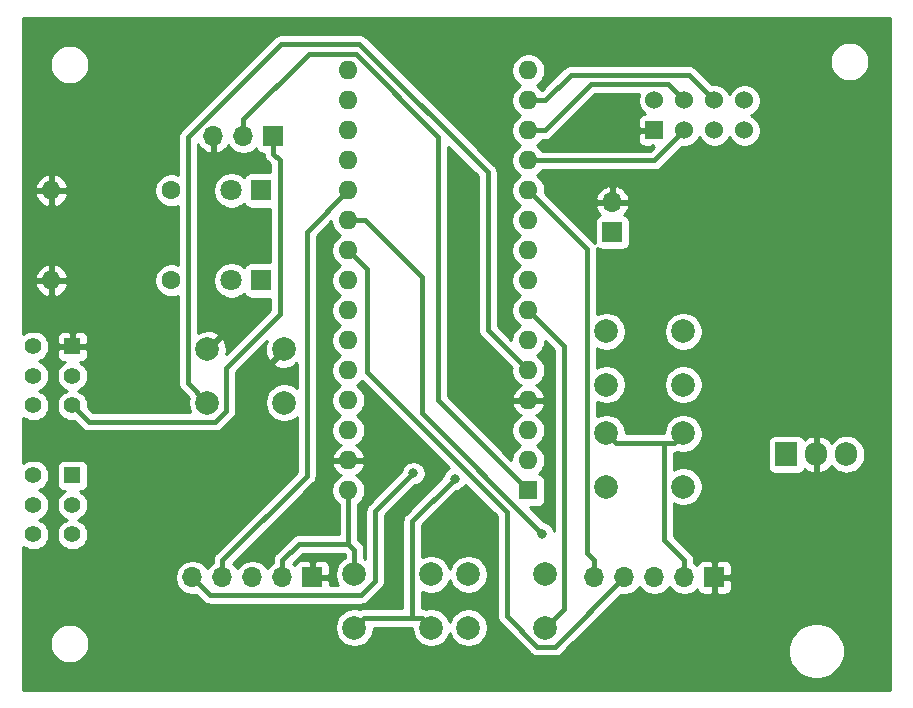
<source format=gbr>
G04 #@! TF.GenerationSoftware,KiCad,Pcbnew,(5.1.5)-3*
G04 #@! TF.CreationDate,2021-02-01T00:00:30+01:00*
G04 #@! TF.ProjectId,nadajnik_rev01,6e616461-6a6e-4696-9b5f-72657630312e,rev?*
G04 #@! TF.SameCoordinates,Original*
G04 #@! TF.FileFunction,Copper,L2,Bot*
G04 #@! TF.FilePolarity,Positive*
%FSLAX46Y46*%
G04 Gerber Fmt 4.6, Leading zero omitted, Abs format (unit mm)*
G04 Created by KiCad (PCBNEW (5.1.5)-3) date 2021-02-01 00:00:30*
%MOMM*%
%LPD*%
G04 APERTURE LIST*
%ADD10R,1.524000X1.524000*%
%ADD11C,1.524000*%
%ADD12C,1.400000*%
%ADD13R,1.400000X1.400000*%
%ADD14O,1.700000X1.700000*%
%ADD15R,1.700000X1.700000*%
%ADD16R,1.600000X1.600000*%
%ADD17O,1.600000X1.600000*%
%ADD18R,1.800000X1.800000*%
%ADD19C,1.800000*%
%ADD20C,1.600000*%
%ADD21C,2.000000*%
%ADD22R,1.905000X2.000000*%
%ADD23O,1.905000X2.000000*%
%ADD24C,0.800000*%
%ADD25C,0.400000*%
%ADD26C,0.254000*%
G04 APERTURE END LIST*
D10*
X142494000Y-66040000D03*
D11*
X142494000Y-63500000D03*
X145034000Y-66040000D03*
X145034000Y-63500000D03*
X147574000Y-66040000D03*
X147574000Y-63500000D03*
X150114000Y-66040000D03*
X150114000Y-63500000D03*
D12*
X89918000Y-100250000D03*
X89918000Y-97750000D03*
X89918000Y-95250000D03*
X93218000Y-100250000D03*
X93218000Y-97750000D03*
D13*
X93218000Y-95250000D03*
D14*
X137414000Y-103886000D03*
X139954000Y-103886000D03*
X142494000Y-103886000D03*
X145034000Y-103886000D03*
D15*
X147574000Y-103886000D03*
X113538000Y-103886000D03*
D14*
X110998000Y-103886000D03*
X108458000Y-103886000D03*
X105918000Y-103886000D03*
X103378000Y-103886000D03*
D16*
X131826000Y-96520000D03*
D17*
X116586000Y-63500000D03*
X131826000Y-93980000D03*
X116586000Y-66040000D03*
X131826000Y-91440000D03*
X116586000Y-68580000D03*
X131826000Y-88900000D03*
X116586000Y-71120000D03*
X131826000Y-86360000D03*
X116586000Y-73660000D03*
X131826000Y-83820000D03*
X116586000Y-76200000D03*
X131826000Y-81280000D03*
X116586000Y-78740000D03*
X131826000Y-78740000D03*
X116586000Y-81280000D03*
X131826000Y-76200000D03*
X116586000Y-83820000D03*
X131826000Y-73660000D03*
X116586000Y-86360000D03*
X131826000Y-71120000D03*
X116586000Y-88900000D03*
X131826000Y-68580000D03*
X116586000Y-91440000D03*
X131826000Y-66040000D03*
X116586000Y-93980000D03*
X131826000Y-63500000D03*
X116586000Y-96520000D03*
X131826000Y-60960000D03*
X116586000Y-60960000D03*
D18*
X109220000Y-71120000D03*
D19*
X106680000Y-71120000D03*
X106680000Y-78740000D03*
D18*
X109220000Y-78740000D03*
D15*
X138938000Y-74676000D03*
D14*
X138938000Y-72136000D03*
D17*
X91440000Y-71120000D03*
D20*
X101600000Y-71120000D03*
X101600000Y-78740000D03*
D17*
X91440000Y-78740000D03*
D21*
X111148000Y-84582000D03*
X111148000Y-89082000D03*
X104648000Y-84582000D03*
X104648000Y-89082000D03*
X138430000Y-96194000D03*
X138430000Y-91694000D03*
X144930000Y-96194000D03*
X144930000Y-91694000D03*
X117094000Y-108132000D03*
X117094000Y-103632000D03*
X123594000Y-108132000D03*
X123594000Y-103632000D03*
X133246000Y-103632000D03*
X133246000Y-108132000D03*
X126746000Y-103632000D03*
X126746000Y-108132000D03*
X138430000Y-87558000D03*
X138430000Y-83058000D03*
X144930000Y-87558000D03*
X144930000Y-83058000D03*
D13*
X93218000Y-84328000D03*
D12*
X93218000Y-86828000D03*
X93218000Y-89328000D03*
X89918000Y-84328000D03*
X89918000Y-86828000D03*
X89918000Y-89328000D03*
D15*
X110236000Y-66548000D03*
D14*
X107696000Y-66548000D03*
X105156000Y-66548000D03*
D22*
X153670000Y-93472000D03*
D23*
X156210000Y-93472000D03*
X158750000Y-93472000D03*
D24*
X134620000Y-59690000D03*
X133009200Y-100174200D03*
X125566200Y-95534900D03*
X122075200Y-95068900D03*
D25*
X107696000Y-66548000D02*
X107696000Y-65097700D01*
X107696000Y-65097700D02*
X113239000Y-59554700D01*
X113239000Y-59554700D02*
X117195700Y-59554700D01*
X117195700Y-59554700D02*
X124206000Y-66565000D01*
X124206000Y-66565000D02*
X124206000Y-88900000D01*
X124206000Y-88900000D02*
X131826000Y-96520000D01*
X105918000Y-103886000D02*
X105918000Y-102435700D01*
X116586000Y-71120000D02*
X113057500Y-74648500D01*
X113057500Y-74648500D02*
X113057500Y-95296200D01*
X113057500Y-95296200D02*
X105918000Y-102435700D01*
X104648000Y-89082000D02*
X103000500Y-87434500D01*
X103000500Y-87434500D02*
X103000500Y-66631800D01*
X103000500Y-66631800D02*
X110911200Y-58721100D01*
X110911200Y-58721100D02*
X117510200Y-58721100D01*
X117510200Y-58721100D02*
X128375300Y-69586200D01*
X128375300Y-69586200D02*
X128375300Y-82909300D01*
X128375300Y-82909300D02*
X131826000Y-86360000D01*
X116586000Y-73660000D02*
X117986300Y-73660000D01*
X117986300Y-73660000D02*
X122806000Y-78479700D01*
X122806000Y-78479700D02*
X122806000Y-89971000D01*
X122806000Y-89971000D02*
X133009200Y-100174200D01*
X116586000Y-76200000D02*
X118127600Y-77741600D01*
X118127600Y-77741600D02*
X118127600Y-86491200D01*
X118127600Y-86491200D02*
X129996100Y-98359700D01*
X129996100Y-98359700D02*
X129996100Y-107164300D01*
X129996100Y-107164300D02*
X132574900Y-109743100D01*
X132574900Y-109743100D02*
X134096900Y-109743100D01*
X134096900Y-109743100D02*
X139954000Y-103886000D01*
X133246000Y-108132000D02*
X134849300Y-106528700D01*
X134849300Y-106528700D02*
X134849300Y-84303300D01*
X134849300Y-84303300D02*
X131826000Y-81280000D01*
X121993100Y-107331500D02*
X117894500Y-107331500D01*
X117894500Y-107331500D02*
X117094000Y-108132000D01*
X123594000Y-108132000D02*
X122793500Y-107331500D01*
X122793500Y-107331500D02*
X121993100Y-107331500D01*
X121993100Y-107331500D02*
X121993100Y-99108000D01*
X121993100Y-99108000D02*
X125566200Y-95534900D01*
X122075200Y-95068900D02*
X118861700Y-98282400D01*
X118861700Y-98282400D02*
X118861700Y-104171700D01*
X118861700Y-104171700D02*
X117679900Y-105353500D01*
X117679900Y-105353500D02*
X104845500Y-105353500D01*
X104845500Y-105353500D02*
X103378000Y-103886000D01*
X137414000Y-103886000D02*
X137414000Y-102435700D01*
X131826000Y-71120000D02*
X136813100Y-76107100D01*
X136813100Y-76107100D02*
X136813100Y-101834800D01*
X136813100Y-101834800D02*
X137414000Y-102435700D01*
X143291100Y-92513400D02*
X139249400Y-92513400D01*
X139249400Y-92513400D02*
X138430000Y-91694000D01*
X144930000Y-91694000D02*
X144110600Y-92513400D01*
X144110600Y-92513400D02*
X143291100Y-92513400D01*
X143291100Y-92513400D02*
X143291100Y-100692800D01*
X143291100Y-100692800D02*
X145034000Y-102435700D01*
X110236000Y-66548000D02*
X110236000Y-67998300D01*
X93218000Y-89328000D02*
X94578400Y-90688400D01*
X94578400Y-90688400D02*
X105316500Y-90688400D01*
X105316500Y-90688400D02*
X106248400Y-89756500D01*
X106248400Y-89756500D02*
X106248400Y-86124400D01*
X106248400Y-86124400D02*
X110761200Y-81611600D01*
X110761200Y-81611600D02*
X110761200Y-68523500D01*
X110761200Y-68523500D02*
X110236000Y-67998300D01*
X145034000Y-103886000D02*
X145034000Y-102435700D01*
X116586000Y-101030100D02*
X112403600Y-101030100D01*
X112403600Y-101030100D02*
X110998000Y-102435700D01*
X117094000Y-103632000D02*
X117094000Y-101538100D01*
X117094000Y-101538100D02*
X116586000Y-101030100D01*
X116586000Y-101030100D02*
X116586000Y-97920300D01*
X110998000Y-103886000D02*
X110998000Y-102435700D01*
X116586000Y-96520000D02*
X116586000Y-97920300D01*
X131826000Y-68580000D02*
X142494000Y-68580000D01*
X142494000Y-68580000D02*
X145034000Y-66040000D01*
X131826000Y-66040000D02*
X133226300Y-66040000D01*
X133226300Y-66040000D02*
X137131600Y-62134700D01*
X137131600Y-62134700D02*
X143668700Y-62134700D01*
X143668700Y-62134700D02*
X145034000Y-63500000D01*
X131826000Y-63500000D02*
X133226300Y-63500000D01*
X133226300Y-63500000D02*
X135395600Y-61330700D01*
X135395600Y-61330700D02*
X145404700Y-61330700D01*
X145404700Y-61330700D02*
X147574000Y-63500000D01*
D26*
G36*
X162408000Y-113386000D02*
G01*
X89052000Y-113386000D01*
X89052000Y-109308042D01*
X91279000Y-109308042D01*
X91279000Y-109639958D01*
X91343754Y-109965496D01*
X91470772Y-110272147D01*
X91655175Y-110548125D01*
X91889875Y-110782825D01*
X92165853Y-110967228D01*
X92472504Y-111094246D01*
X92798042Y-111159000D01*
X93129958Y-111159000D01*
X93455496Y-111094246D01*
X93762147Y-110967228D01*
X94038125Y-110782825D01*
X94272825Y-110548125D01*
X94457228Y-110272147D01*
X94584246Y-109965496D01*
X94649000Y-109639958D01*
X94649000Y-109308042D01*
X94584246Y-108982504D01*
X94457228Y-108675853D01*
X94272825Y-108399875D01*
X94038125Y-108165175D01*
X93762147Y-107980772D01*
X93455496Y-107853754D01*
X93129958Y-107789000D01*
X92798042Y-107789000D01*
X92472504Y-107853754D01*
X92165853Y-107980772D01*
X91889875Y-108165175D01*
X91655175Y-108399875D01*
X91470772Y-108675853D01*
X91343754Y-108982504D01*
X91279000Y-109308042D01*
X89052000Y-109308042D01*
X89052000Y-101271975D01*
X89066987Y-101286962D01*
X89285641Y-101433061D01*
X89528595Y-101533696D01*
X89786514Y-101585000D01*
X90049486Y-101585000D01*
X90307405Y-101533696D01*
X90550359Y-101433061D01*
X90769013Y-101286962D01*
X90954962Y-101101013D01*
X91101061Y-100882359D01*
X91201696Y-100639405D01*
X91253000Y-100381486D01*
X91253000Y-100118514D01*
X91201696Y-99860595D01*
X91101061Y-99617641D01*
X90954962Y-99398987D01*
X90769013Y-99213038D01*
X90550359Y-99066939D01*
X90388754Y-99000000D01*
X90550359Y-98933061D01*
X90769013Y-98786962D01*
X90954962Y-98601013D01*
X91101061Y-98382359D01*
X91201696Y-98139405D01*
X91253000Y-97881486D01*
X91253000Y-97618514D01*
X91201696Y-97360595D01*
X91101061Y-97117641D01*
X90954962Y-96898987D01*
X90769013Y-96713038D01*
X90550359Y-96566939D01*
X90388754Y-96500000D01*
X90550359Y-96433061D01*
X90769013Y-96286962D01*
X90954962Y-96101013D01*
X91101061Y-95882359D01*
X91201696Y-95639405D01*
X91253000Y-95381486D01*
X91253000Y-95118514D01*
X91201696Y-94860595D01*
X91101061Y-94617641D01*
X91055866Y-94550000D01*
X91879928Y-94550000D01*
X91879928Y-95950000D01*
X91892188Y-96074482D01*
X91928498Y-96194180D01*
X91987463Y-96304494D01*
X92066815Y-96401185D01*
X92163506Y-96480537D01*
X92273820Y-96539502D01*
X92393518Y-96575812D01*
X92518000Y-96588072D01*
X92554013Y-96588072D01*
X92366987Y-96713038D01*
X92181038Y-96898987D01*
X92034939Y-97117641D01*
X91934304Y-97360595D01*
X91883000Y-97618514D01*
X91883000Y-97881486D01*
X91934304Y-98139405D01*
X92034939Y-98382359D01*
X92181038Y-98601013D01*
X92366987Y-98786962D01*
X92585641Y-98933061D01*
X92747246Y-99000000D01*
X92585641Y-99066939D01*
X92366987Y-99213038D01*
X92181038Y-99398987D01*
X92034939Y-99617641D01*
X91934304Y-99860595D01*
X91883000Y-100118514D01*
X91883000Y-100381486D01*
X91934304Y-100639405D01*
X92034939Y-100882359D01*
X92181038Y-101101013D01*
X92366987Y-101286962D01*
X92585641Y-101433061D01*
X92828595Y-101533696D01*
X93086514Y-101585000D01*
X93349486Y-101585000D01*
X93607405Y-101533696D01*
X93850359Y-101433061D01*
X94069013Y-101286962D01*
X94254962Y-101101013D01*
X94401061Y-100882359D01*
X94501696Y-100639405D01*
X94553000Y-100381486D01*
X94553000Y-100118514D01*
X94501696Y-99860595D01*
X94401061Y-99617641D01*
X94254962Y-99398987D01*
X94069013Y-99213038D01*
X93850359Y-99066939D01*
X93688754Y-99000000D01*
X93850359Y-98933061D01*
X94069013Y-98786962D01*
X94254962Y-98601013D01*
X94401061Y-98382359D01*
X94501696Y-98139405D01*
X94553000Y-97881486D01*
X94553000Y-97618514D01*
X94501696Y-97360595D01*
X94401061Y-97117641D01*
X94254962Y-96898987D01*
X94069013Y-96713038D01*
X93881987Y-96588072D01*
X93918000Y-96588072D01*
X94042482Y-96575812D01*
X94162180Y-96539502D01*
X94272494Y-96480537D01*
X94369185Y-96401185D01*
X94448537Y-96304494D01*
X94507502Y-96194180D01*
X94543812Y-96074482D01*
X94556072Y-95950000D01*
X94556072Y-94550000D01*
X94543812Y-94425518D01*
X94507502Y-94305820D01*
X94448537Y-94195506D01*
X94369185Y-94098815D01*
X94272494Y-94019463D01*
X94162180Y-93960498D01*
X94042482Y-93924188D01*
X93918000Y-93911928D01*
X92518000Y-93911928D01*
X92393518Y-93924188D01*
X92273820Y-93960498D01*
X92163506Y-94019463D01*
X92066815Y-94098815D01*
X91987463Y-94195506D01*
X91928498Y-94305820D01*
X91892188Y-94425518D01*
X91879928Y-94550000D01*
X91055866Y-94550000D01*
X90954962Y-94398987D01*
X90769013Y-94213038D01*
X90550359Y-94066939D01*
X90307405Y-93966304D01*
X90049486Y-93915000D01*
X89786514Y-93915000D01*
X89528595Y-93966304D01*
X89285641Y-94066939D01*
X89066987Y-94213038D01*
X89052000Y-94228025D01*
X89052000Y-90349975D01*
X89066987Y-90364962D01*
X89285641Y-90511061D01*
X89528595Y-90611696D01*
X89786514Y-90663000D01*
X90049486Y-90663000D01*
X90307405Y-90611696D01*
X90550359Y-90511061D01*
X90769013Y-90364962D01*
X90954962Y-90179013D01*
X91101061Y-89960359D01*
X91201696Y-89717405D01*
X91253000Y-89459486D01*
X91253000Y-89196514D01*
X91201696Y-88938595D01*
X91101061Y-88695641D01*
X90954962Y-88476987D01*
X90769013Y-88291038D01*
X90550359Y-88144939D01*
X90388754Y-88078000D01*
X90550359Y-88011061D01*
X90769013Y-87864962D01*
X90954962Y-87679013D01*
X91101061Y-87460359D01*
X91201696Y-87217405D01*
X91253000Y-86959486D01*
X91253000Y-86696514D01*
X91201696Y-86438595D01*
X91101061Y-86195641D01*
X90954962Y-85976987D01*
X90769013Y-85791038D01*
X90550359Y-85644939D01*
X90388754Y-85578000D01*
X90550359Y-85511061D01*
X90769013Y-85364962D01*
X90954962Y-85179013D01*
X91055865Y-85028000D01*
X91879928Y-85028000D01*
X91892188Y-85152482D01*
X91928498Y-85272180D01*
X91987463Y-85382494D01*
X92066815Y-85479185D01*
X92163506Y-85558537D01*
X92273820Y-85617502D01*
X92393518Y-85653812D01*
X92518000Y-85666072D01*
X92554417Y-85665802D01*
X92366987Y-85791038D01*
X92181038Y-85976987D01*
X92034939Y-86195641D01*
X91934304Y-86438595D01*
X91883000Y-86696514D01*
X91883000Y-86959486D01*
X91934304Y-87217405D01*
X92034939Y-87460359D01*
X92181038Y-87679013D01*
X92366987Y-87864962D01*
X92585641Y-88011061D01*
X92747246Y-88078000D01*
X92585641Y-88144939D01*
X92366987Y-88291038D01*
X92181038Y-88476987D01*
X92034939Y-88695641D01*
X91934304Y-88938595D01*
X91883000Y-89196514D01*
X91883000Y-89459486D01*
X91934304Y-89717405D01*
X92034939Y-89960359D01*
X92181038Y-90179013D01*
X92366987Y-90364962D01*
X92585641Y-90511061D01*
X92828595Y-90611696D01*
X93086514Y-90663000D01*
X93349486Y-90663000D01*
X93368375Y-90659243D01*
X93958958Y-91249826D01*
X93985109Y-91281691D01*
X94096265Y-91372914D01*
X94112254Y-91386036D01*
X94257313Y-91463572D01*
X94414711Y-91511318D01*
X94578399Y-91527440D01*
X94619418Y-91523400D01*
X105275482Y-91523400D01*
X105316500Y-91527440D01*
X105357518Y-91523400D01*
X105357519Y-91523400D01*
X105480189Y-91511318D01*
X105637587Y-91463572D01*
X105782646Y-91386036D01*
X105909791Y-91281691D01*
X105935945Y-91249822D01*
X106809833Y-90375936D01*
X106841691Y-90349791D01*
X106889048Y-90292087D01*
X106946036Y-90222646D01*
X107023572Y-90077587D01*
X107031217Y-90052385D01*
X107071318Y-89920189D01*
X107083400Y-89797519D01*
X107083400Y-89797518D01*
X107087440Y-89756500D01*
X107083400Y-89715482D01*
X107083400Y-86470267D01*
X109669060Y-83884608D01*
X109607296Y-84011571D01*
X109525616Y-84323108D01*
X109506282Y-84644595D01*
X109550039Y-84963675D01*
X109655205Y-85268088D01*
X109748186Y-85442044D01*
X110012587Y-85537808D01*
X110968395Y-84582000D01*
X110954253Y-84567858D01*
X111133858Y-84388253D01*
X111148000Y-84402395D01*
X111162143Y-84388253D01*
X111341748Y-84567858D01*
X111327605Y-84582000D01*
X111341748Y-84596143D01*
X111162143Y-84775748D01*
X111148000Y-84761605D01*
X110192192Y-85717413D01*
X110287956Y-85981814D01*
X110577571Y-86122704D01*
X110889108Y-86204384D01*
X111210595Y-86223718D01*
X111529675Y-86179961D01*
X111834088Y-86074795D01*
X112008044Y-85981814D01*
X112103807Y-85717415D01*
X112219475Y-85833083D01*
X112222501Y-85830057D01*
X112222501Y-87844262D01*
X112190252Y-87812013D01*
X111922463Y-87633082D01*
X111624912Y-87509832D01*
X111309033Y-87447000D01*
X110986967Y-87447000D01*
X110671088Y-87509832D01*
X110373537Y-87633082D01*
X110105748Y-87812013D01*
X109878013Y-88039748D01*
X109699082Y-88307537D01*
X109575832Y-88605088D01*
X109513000Y-88920967D01*
X109513000Y-89243033D01*
X109575832Y-89558912D01*
X109699082Y-89856463D01*
X109878013Y-90124252D01*
X110105748Y-90351987D01*
X110373537Y-90530918D01*
X110671088Y-90654168D01*
X110986967Y-90717000D01*
X111309033Y-90717000D01*
X111624912Y-90654168D01*
X111922463Y-90530918D01*
X112190252Y-90351987D01*
X112222501Y-90319738D01*
X112222501Y-94950330D01*
X105356574Y-101816259D01*
X105324710Y-101842409D01*
X105243907Y-101940868D01*
X105220364Y-101969555D01*
X105142828Y-102114614D01*
X105095082Y-102272012D01*
X105078960Y-102435700D01*
X105083001Y-102476728D01*
X105083001Y-102657934D01*
X104971368Y-102732525D01*
X104764525Y-102939368D01*
X104648000Y-103113760D01*
X104531475Y-102939368D01*
X104324632Y-102732525D01*
X104081411Y-102570010D01*
X103811158Y-102458068D01*
X103524260Y-102401000D01*
X103231740Y-102401000D01*
X102944842Y-102458068D01*
X102674589Y-102570010D01*
X102431368Y-102732525D01*
X102224525Y-102939368D01*
X102062010Y-103182589D01*
X101950068Y-103452842D01*
X101893000Y-103739740D01*
X101893000Y-104032260D01*
X101950068Y-104319158D01*
X102062010Y-104589411D01*
X102224525Y-104832632D01*
X102431368Y-105039475D01*
X102674589Y-105201990D01*
X102944842Y-105313932D01*
X103231740Y-105371000D01*
X103524260Y-105371000D01*
X103655940Y-105344807D01*
X104226059Y-105914926D01*
X104252209Y-105946791D01*
X104379354Y-106051136D01*
X104524413Y-106128672D01*
X104681811Y-106176418D01*
X104804481Y-106188500D01*
X104804491Y-106188500D01*
X104845499Y-106192539D01*
X104886507Y-106188500D01*
X117638882Y-106188500D01*
X117679900Y-106192540D01*
X117720918Y-106188500D01*
X117720919Y-106188500D01*
X117843589Y-106176418D01*
X118000987Y-106128672D01*
X118146046Y-106051136D01*
X118273191Y-105946791D01*
X118299345Y-105914922D01*
X119423132Y-104791137D01*
X119454991Y-104764991D01*
X119529459Y-104674252D01*
X119559336Y-104637846D01*
X119636872Y-104492787D01*
X119684618Y-104335388D01*
X119700740Y-104171700D01*
X119696700Y-104130682D01*
X119696700Y-98628267D01*
X122231975Y-96092992D01*
X122377098Y-96064126D01*
X122565456Y-95986105D01*
X122734974Y-95872837D01*
X122879137Y-95728674D01*
X122992405Y-95559156D01*
X123070426Y-95370798D01*
X123110200Y-95170839D01*
X123110200Y-94966961D01*
X123070426Y-94767002D01*
X122992405Y-94578644D01*
X122879137Y-94409126D01*
X122734974Y-94264963D01*
X122565456Y-94151695D01*
X122377098Y-94073674D01*
X122177139Y-94033900D01*
X121973261Y-94033900D01*
X121773302Y-94073674D01*
X121584944Y-94151695D01*
X121415426Y-94264963D01*
X121271263Y-94409126D01*
X121157995Y-94578644D01*
X121079974Y-94767002D01*
X121051108Y-94912125D01*
X118300279Y-97662954D01*
X118268409Y-97689109D01*
X118201052Y-97771185D01*
X118164064Y-97816255D01*
X118086528Y-97961314D01*
X118038782Y-98118712D01*
X118022660Y-98282400D01*
X118026700Y-98323419D01*
X118026701Y-102288813D01*
X117929000Y-102223532D01*
X117929000Y-101579107D01*
X117933039Y-101538099D01*
X117929000Y-101497091D01*
X117929000Y-101497081D01*
X117916918Y-101374411D01*
X117869172Y-101217013D01*
X117791636Y-101071954D01*
X117687291Y-100944809D01*
X117655421Y-100918654D01*
X117421000Y-100684233D01*
X117421000Y-97687930D01*
X117500759Y-97634637D01*
X117700637Y-97434759D01*
X117857680Y-97199727D01*
X117965853Y-96938574D01*
X118021000Y-96661335D01*
X118021000Y-96378665D01*
X117965853Y-96101426D01*
X117857680Y-95840273D01*
X117700637Y-95605241D01*
X117500759Y-95405363D01*
X117265727Y-95248320D01*
X117255135Y-95243933D01*
X117441131Y-95132385D01*
X117649519Y-94943414D01*
X117817037Y-94717420D01*
X117937246Y-94463087D01*
X117977904Y-94329039D01*
X117855915Y-94107000D01*
X116713000Y-94107000D01*
X116713000Y-94127000D01*
X116459000Y-94127000D01*
X116459000Y-94107000D01*
X115316085Y-94107000D01*
X115194096Y-94329039D01*
X115234754Y-94463087D01*
X115354963Y-94717420D01*
X115522481Y-94943414D01*
X115730869Y-95132385D01*
X115916865Y-95243933D01*
X115906273Y-95248320D01*
X115671241Y-95405363D01*
X115471363Y-95605241D01*
X115314320Y-95840273D01*
X115206147Y-96101426D01*
X115151000Y-96378665D01*
X115151000Y-96661335D01*
X115206147Y-96938574D01*
X115314320Y-97199727D01*
X115471363Y-97434759D01*
X115671241Y-97634637D01*
X115751001Y-97687931D01*
X115751001Y-97879281D01*
X115751000Y-100195100D01*
X112444618Y-100195100D01*
X112403600Y-100191060D01*
X112362582Y-100195100D01*
X112362581Y-100195100D01*
X112239911Y-100207182D01*
X112175717Y-100226655D01*
X112082513Y-100254928D01*
X111937454Y-100332464D01*
X111889628Y-100371714D01*
X111810309Y-100436809D01*
X111784163Y-100468668D01*
X110436574Y-101816259D01*
X110404710Y-101842409D01*
X110323907Y-101940868D01*
X110300364Y-101969555D01*
X110222828Y-102114614D01*
X110175082Y-102272012D01*
X110158960Y-102435700D01*
X110163001Y-102476728D01*
X110163001Y-102657934D01*
X110051368Y-102732525D01*
X109844525Y-102939368D01*
X109728000Y-103113760D01*
X109611475Y-102939368D01*
X109404632Y-102732525D01*
X109161411Y-102570010D01*
X108891158Y-102458068D01*
X108604260Y-102401000D01*
X108311740Y-102401000D01*
X108024842Y-102458068D01*
X107754589Y-102570010D01*
X107511368Y-102732525D01*
X107304525Y-102939368D01*
X107188000Y-103113760D01*
X107071475Y-102939368D01*
X106864632Y-102732525D01*
X106827112Y-102707455D01*
X113618932Y-95915637D01*
X113650791Y-95889491D01*
X113755136Y-95762346D01*
X113832672Y-95617287D01*
X113880418Y-95459889D01*
X113892500Y-95337219D01*
X113892500Y-95337218D01*
X113896540Y-95296200D01*
X113892500Y-95255182D01*
X113892500Y-74994367D01*
X115151000Y-73735868D01*
X115151000Y-73801335D01*
X115206147Y-74078574D01*
X115314320Y-74339727D01*
X115471363Y-74574759D01*
X115671241Y-74774637D01*
X115903759Y-74930000D01*
X115671241Y-75085363D01*
X115471363Y-75285241D01*
X115314320Y-75520273D01*
X115206147Y-75781426D01*
X115151000Y-76058665D01*
X115151000Y-76341335D01*
X115206147Y-76618574D01*
X115314320Y-76879727D01*
X115471363Y-77114759D01*
X115671241Y-77314637D01*
X115903759Y-77470000D01*
X115671241Y-77625363D01*
X115471363Y-77825241D01*
X115314320Y-78060273D01*
X115206147Y-78321426D01*
X115151000Y-78598665D01*
X115151000Y-78881335D01*
X115206147Y-79158574D01*
X115314320Y-79419727D01*
X115471363Y-79654759D01*
X115671241Y-79854637D01*
X115903759Y-80010000D01*
X115671241Y-80165363D01*
X115471363Y-80365241D01*
X115314320Y-80600273D01*
X115206147Y-80861426D01*
X115151000Y-81138665D01*
X115151000Y-81421335D01*
X115206147Y-81698574D01*
X115314320Y-81959727D01*
X115471363Y-82194759D01*
X115671241Y-82394637D01*
X115903759Y-82550000D01*
X115671241Y-82705363D01*
X115471363Y-82905241D01*
X115314320Y-83140273D01*
X115206147Y-83401426D01*
X115151000Y-83678665D01*
X115151000Y-83961335D01*
X115206147Y-84238574D01*
X115314320Y-84499727D01*
X115471363Y-84734759D01*
X115671241Y-84934637D01*
X115903759Y-85090000D01*
X115671241Y-85245363D01*
X115471363Y-85445241D01*
X115314320Y-85680273D01*
X115206147Y-85941426D01*
X115151000Y-86218665D01*
X115151000Y-86501335D01*
X115206147Y-86778574D01*
X115314320Y-87039727D01*
X115471363Y-87274759D01*
X115671241Y-87474637D01*
X115903759Y-87630000D01*
X115671241Y-87785363D01*
X115471363Y-87985241D01*
X115314320Y-88220273D01*
X115206147Y-88481426D01*
X115151000Y-88758665D01*
X115151000Y-89041335D01*
X115206147Y-89318574D01*
X115314320Y-89579727D01*
X115471363Y-89814759D01*
X115671241Y-90014637D01*
X115903759Y-90170000D01*
X115671241Y-90325363D01*
X115471363Y-90525241D01*
X115314320Y-90760273D01*
X115206147Y-91021426D01*
X115151000Y-91298665D01*
X115151000Y-91581335D01*
X115206147Y-91858574D01*
X115314320Y-92119727D01*
X115471363Y-92354759D01*
X115671241Y-92554637D01*
X115906273Y-92711680D01*
X115916865Y-92716067D01*
X115730869Y-92827615D01*
X115522481Y-93016586D01*
X115354963Y-93242580D01*
X115234754Y-93496913D01*
X115194096Y-93630961D01*
X115316085Y-93853000D01*
X116459000Y-93853000D01*
X116459000Y-93833000D01*
X116713000Y-93833000D01*
X116713000Y-93853000D01*
X117855915Y-93853000D01*
X117977904Y-93630961D01*
X117937246Y-93496913D01*
X117817037Y-93242580D01*
X117649519Y-93016586D01*
X117441131Y-92827615D01*
X117255135Y-92716067D01*
X117265727Y-92711680D01*
X117500759Y-92554637D01*
X117700637Y-92354759D01*
X117857680Y-92119727D01*
X117965853Y-91858574D01*
X118021000Y-91581335D01*
X118021000Y-91298665D01*
X117965853Y-91021426D01*
X117857680Y-90760273D01*
X117700637Y-90525241D01*
X117500759Y-90325363D01*
X117268241Y-90170000D01*
X117500759Y-90014637D01*
X117700637Y-89814759D01*
X117857680Y-89579727D01*
X117965853Y-89318574D01*
X118021000Y-89041335D01*
X118021000Y-88758665D01*
X117965853Y-88481426D01*
X117857680Y-88220273D01*
X117700637Y-87985241D01*
X117500759Y-87785363D01*
X117268241Y-87630000D01*
X117500759Y-87474637D01*
X117700637Y-87274759D01*
X117712515Y-87256982D01*
X125074315Y-94618783D01*
X124906426Y-94730963D01*
X124762263Y-94875126D01*
X124648995Y-95044644D01*
X124570974Y-95233002D01*
X124542108Y-95378125D01*
X121431674Y-98488559D01*
X121399810Y-98514709D01*
X121373662Y-98546571D01*
X121295464Y-98641855D01*
X121217928Y-98786914D01*
X121170182Y-98944312D01*
X121154060Y-99108000D01*
X121158101Y-99149029D01*
X121158100Y-106496500D01*
X117935518Y-106496500D01*
X117894500Y-106492460D01*
X117853481Y-106496500D01*
X117730811Y-106508582D01*
X117573413Y-106556328D01*
X117567957Y-106559244D01*
X117255033Y-106497000D01*
X116932967Y-106497000D01*
X116617088Y-106559832D01*
X116319537Y-106683082D01*
X116051748Y-106862013D01*
X115824013Y-107089748D01*
X115645082Y-107357537D01*
X115521832Y-107655088D01*
X115459000Y-107970967D01*
X115459000Y-108293033D01*
X115521832Y-108608912D01*
X115645082Y-108906463D01*
X115824013Y-109174252D01*
X116051748Y-109401987D01*
X116319537Y-109580918D01*
X116617088Y-109704168D01*
X116932967Y-109767000D01*
X117255033Y-109767000D01*
X117570912Y-109704168D01*
X117868463Y-109580918D01*
X118136252Y-109401987D01*
X118363987Y-109174252D01*
X118542918Y-108906463D01*
X118666168Y-108608912D01*
X118729000Y-108293033D01*
X118729000Y-108166500D01*
X121952081Y-108166500D01*
X121959000Y-108167181D01*
X121959000Y-108293033D01*
X122021832Y-108608912D01*
X122145082Y-108906463D01*
X122324013Y-109174252D01*
X122551748Y-109401987D01*
X122819537Y-109580918D01*
X123117088Y-109704168D01*
X123432967Y-109767000D01*
X123755033Y-109767000D01*
X124070912Y-109704168D01*
X124368463Y-109580918D01*
X124636252Y-109401987D01*
X124863987Y-109174252D01*
X125042918Y-108906463D01*
X125166168Y-108608912D01*
X125170000Y-108589647D01*
X125173832Y-108608912D01*
X125297082Y-108906463D01*
X125476013Y-109174252D01*
X125703748Y-109401987D01*
X125971537Y-109580918D01*
X126269088Y-109704168D01*
X126584967Y-109767000D01*
X126907033Y-109767000D01*
X127222912Y-109704168D01*
X127520463Y-109580918D01*
X127788252Y-109401987D01*
X128015987Y-109174252D01*
X128194918Y-108906463D01*
X128318168Y-108608912D01*
X128381000Y-108293033D01*
X128381000Y-107970967D01*
X128318168Y-107655088D01*
X128194918Y-107357537D01*
X128015987Y-107089748D01*
X127788252Y-106862013D01*
X127520463Y-106683082D01*
X127222912Y-106559832D01*
X126907033Y-106497000D01*
X126584967Y-106497000D01*
X126269088Y-106559832D01*
X125971537Y-106683082D01*
X125703748Y-106862013D01*
X125476013Y-107089748D01*
X125297082Y-107357537D01*
X125173832Y-107655088D01*
X125170000Y-107674353D01*
X125166168Y-107655088D01*
X125042918Y-107357537D01*
X124863987Y-107089748D01*
X124636252Y-106862013D01*
X124368463Y-106683082D01*
X124070912Y-106559832D01*
X123755033Y-106497000D01*
X123432967Y-106497000D01*
X123120043Y-106559244D01*
X123114587Y-106556328D01*
X122957189Y-106508582D01*
X122834519Y-106496500D01*
X122834518Y-106496500D01*
X122828100Y-106495868D01*
X122828100Y-105084465D01*
X123117088Y-105204168D01*
X123432967Y-105267000D01*
X123755033Y-105267000D01*
X124070912Y-105204168D01*
X124368463Y-105080918D01*
X124636252Y-104901987D01*
X124863987Y-104674252D01*
X125042918Y-104406463D01*
X125166168Y-104108912D01*
X125170000Y-104089647D01*
X125173832Y-104108912D01*
X125297082Y-104406463D01*
X125476013Y-104674252D01*
X125703748Y-104901987D01*
X125971537Y-105080918D01*
X126269088Y-105204168D01*
X126584967Y-105267000D01*
X126907033Y-105267000D01*
X127222912Y-105204168D01*
X127520463Y-105080918D01*
X127788252Y-104901987D01*
X128015987Y-104674252D01*
X128194918Y-104406463D01*
X128318168Y-104108912D01*
X128381000Y-103793033D01*
X128381000Y-103470967D01*
X128318168Y-103155088D01*
X128194918Y-102857537D01*
X128015987Y-102589748D01*
X127788252Y-102362013D01*
X127520463Y-102183082D01*
X127222912Y-102059832D01*
X126907033Y-101997000D01*
X126584967Y-101997000D01*
X126269088Y-102059832D01*
X125971537Y-102183082D01*
X125703748Y-102362013D01*
X125476013Y-102589748D01*
X125297082Y-102857537D01*
X125173832Y-103155088D01*
X125170000Y-103174353D01*
X125166168Y-103155088D01*
X125042918Y-102857537D01*
X124863987Y-102589748D01*
X124636252Y-102362013D01*
X124368463Y-102183082D01*
X124070912Y-102059832D01*
X123755033Y-101997000D01*
X123432967Y-101997000D01*
X123117088Y-102059832D01*
X122828100Y-102179535D01*
X122828100Y-99453867D01*
X125722975Y-96558992D01*
X125868098Y-96530126D01*
X126056456Y-96452105D01*
X126225974Y-96338837D01*
X126370137Y-96194674D01*
X126482317Y-96026785D01*
X129161100Y-98705569D01*
X129161101Y-107123271D01*
X129157060Y-107164300D01*
X129173182Y-107327988D01*
X129220928Y-107485386D01*
X129226168Y-107495189D01*
X129298465Y-107630446D01*
X129402810Y-107757591D01*
X129434674Y-107783741D01*
X131955463Y-110304532D01*
X131981609Y-110336391D01*
X132013468Y-110362537D01*
X132013470Y-110362539D01*
X132108754Y-110440736D01*
X132253813Y-110518272D01*
X132411211Y-110566018D01*
X132574900Y-110582140D01*
X132615918Y-110578100D01*
X134055882Y-110578100D01*
X134096900Y-110582140D01*
X134137918Y-110578100D01*
X134137919Y-110578100D01*
X134260589Y-110566018D01*
X134417987Y-110518272D01*
X134563046Y-110440736D01*
X134690191Y-110336391D01*
X134716346Y-110304521D01*
X135123769Y-109897098D01*
X153825000Y-109897098D01*
X153825000Y-110366902D01*
X153916654Y-110827679D01*
X154096440Y-111261721D01*
X154357450Y-111652349D01*
X154689651Y-111984550D01*
X155080279Y-112245560D01*
X155514321Y-112425346D01*
X155975098Y-112517000D01*
X156444902Y-112517000D01*
X156905679Y-112425346D01*
X157339721Y-112245560D01*
X157730349Y-111984550D01*
X158062550Y-111652349D01*
X158323560Y-111261721D01*
X158503346Y-110827679D01*
X158595000Y-110366902D01*
X158595000Y-109897098D01*
X158503346Y-109436321D01*
X158323560Y-109002279D01*
X158062550Y-108611651D01*
X157730349Y-108279450D01*
X157339721Y-108018440D01*
X156905679Y-107838654D01*
X156444902Y-107747000D01*
X155975098Y-107747000D01*
X155514321Y-107838654D01*
X155080279Y-108018440D01*
X154689651Y-108279450D01*
X154357450Y-108611651D01*
X154096440Y-109002279D01*
X153916654Y-109436321D01*
X153825000Y-109897098D01*
X135123769Y-109897098D01*
X139676061Y-105344807D01*
X139807740Y-105371000D01*
X140100260Y-105371000D01*
X140387158Y-105313932D01*
X140657411Y-105201990D01*
X140900632Y-105039475D01*
X141107475Y-104832632D01*
X141224000Y-104658240D01*
X141340525Y-104832632D01*
X141547368Y-105039475D01*
X141790589Y-105201990D01*
X142060842Y-105313932D01*
X142347740Y-105371000D01*
X142640260Y-105371000D01*
X142927158Y-105313932D01*
X143197411Y-105201990D01*
X143440632Y-105039475D01*
X143647475Y-104832632D01*
X143764000Y-104658240D01*
X143880525Y-104832632D01*
X144087368Y-105039475D01*
X144330589Y-105201990D01*
X144600842Y-105313932D01*
X144887740Y-105371000D01*
X145180260Y-105371000D01*
X145467158Y-105313932D01*
X145737411Y-105201990D01*
X145980632Y-105039475D01*
X146112487Y-104907620D01*
X146134498Y-104980180D01*
X146193463Y-105090494D01*
X146272815Y-105187185D01*
X146369506Y-105266537D01*
X146479820Y-105325502D01*
X146599518Y-105361812D01*
X146724000Y-105374072D01*
X147288250Y-105371000D01*
X147447000Y-105212250D01*
X147447000Y-104013000D01*
X147701000Y-104013000D01*
X147701000Y-105212250D01*
X147859750Y-105371000D01*
X148424000Y-105374072D01*
X148548482Y-105361812D01*
X148668180Y-105325502D01*
X148778494Y-105266537D01*
X148875185Y-105187185D01*
X148954537Y-105090494D01*
X149013502Y-104980180D01*
X149049812Y-104860482D01*
X149062072Y-104736000D01*
X149059000Y-104171750D01*
X148900250Y-104013000D01*
X147701000Y-104013000D01*
X147447000Y-104013000D01*
X147427000Y-104013000D01*
X147427000Y-103759000D01*
X147447000Y-103759000D01*
X147447000Y-102559750D01*
X147701000Y-102559750D01*
X147701000Y-103759000D01*
X148900250Y-103759000D01*
X149059000Y-103600250D01*
X149062072Y-103036000D01*
X149049812Y-102911518D01*
X149013502Y-102791820D01*
X148954537Y-102681506D01*
X148875185Y-102584815D01*
X148778494Y-102505463D01*
X148668180Y-102446498D01*
X148548482Y-102410188D01*
X148424000Y-102397928D01*
X147859750Y-102401000D01*
X147701000Y-102559750D01*
X147447000Y-102559750D01*
X147288250Y-102401000D01*
X146724000Y-102397928D01*
X146599518Y-102410188D01*
X146479820Y-102446498D01*
X146369506Y-102505463D01*
X146272815Y-102584815D01*
X146193463Y-102681506D01*
X146134498Y-102791820D01*
X146112487Y-102864380D01*
X145980632Y-102732525D01*
X145869000Y-102657935D01*
X145869000Y-102476718D01*
X145873040Y-102435700D01*
X145856918Y-102272011D01*
X145809172Y-102114613D01*
X145731636Y-101969554D01*
X145653439Y-101874270D01*
X145653437Y-101874268D01*
X145627291Y-101842409D01*
X145595432Y-101816263D01*
X144126100Y-100346933D01*
X144126100Y-97623249D01*
X144155537Y-97642918D01*
X144453088Y-97766168D01*
X144768967Y-97829000D01*
X145091033Y-97829000D01*
X145406912Y-97766168D01*
X145704463Y-97642918D01*
X145972252Y-97463987D01*
X146199987Y-97236252D01*
X146378918Y-96968463D01*
X146502168Y-96670912D01*
X146565000Y-96355033D01*
X146565000Y-96032967D01*
X146502168Y-95717088D01*
X146378918Y-95419537D01*
X146199987Y-95151748D01*
X145972252Y-94924013D01*
X145704463Y-94745082D01*
X145406912Y-94621832D01*
X145091033Y-94559000D01*
X144768967Y-94559000D01*
X144453088Y-94621832D01*
X144155537Y-94745082D01*
X144126100Y-94764751D01*
X144126100Y-93350913D01*
X144151618Y-93348400D01*
X144151619Y-93348400D01*
X144274289Y-93336318D01*
X144431687Y-93288572D01*
X144468038Y-93269142D01*
X144768967Y-93329000D01*
X145091033Y-93329000D01*
X145406912Y-93266168D01*
X145704463Y-93142918D01*
X145972252Y-92963987D01*
X146199987Y-92736252D01*
X146376554Y-92472000D01*
X152079428Y-92472000D01*
X152079428Y-94472000D01*
X152091688Y-94596482D01*
X152127998Y-94716180D01*
X152186963Y-94826494D01*
X152266315Y-94923185D01*
X152363006Y-95002537D01*
X152473320Y-95061502D01*
X152593018Y-95097812D01*
X152717500Y-95110072D01*
X154622500Y-95110072D01*
X154746982Y-95097812D01*
X154866680Y-95061502D01*
X154976994Y-95002537D01*
X155073685Y-94923185D01*
X155153037Y-94826494D01*
X155202059Y-94734781D01*
X155343077Y-94847969D01*
X155618906Y-94991571D01*
X155837020Y-95062563D01*
X156083000Y-94942594D01*
X156083000Y-93599000D01*
X156063000Y-93599000D01*
X156063000Y-93345000D01*
X156083000Y-93345000D01*
X156083000Y-92001406D01*
X156337000Y-92001406D01*
X156337000Y-93345000D01*
X156357000Y-93345000D01*
X156357000Y-93599000D01*
X156337000Y-93599000D01*
X156337000Y-94942594D01*
X156582980Y-95062563D01*
X156801094Y-94991571D01*
X157076923Y-94847969D01*
X157319437Y-94653315D01*
X157474837Y-94468101D01*
X157622037Y-94647463D01*
X157863766Y-94845845D01*
X158139552Y-94993255D01*
X158438797Y-95084030D01*
X158750000Y-95114681D01*
X159061204Y-95084030D01*
X159360449Y-94993255D01*
X159636235Y-94845845D01*
X159877963Y-94647463D01*
X160076345Y-94405734D01*
X160223755Y-94129948D01*
X160314530Y-93830703D01*
X160337500Y-93597485D01*
X160337500Y-93346514D01*
X160314530Y-93113296D01*
X160223755Y-92814051D01*
X160076345Y-92538265D01*
X159877963Y-92296537D01*
X159636234Y-92098155D01*
X159360448Y-91950745D01*
X159061203Y-91859970D01*
X158750000Y-91829319D01*
X158438796Y-91859970D01*
X158139551Y-91950745D01*
X157863765Y-92098155D01*
X157622037Y-92296537D01*
X157474838Y-92475900D01*
X157319437Y-92290685D01*
X157076923Y-92096031D01*
X156801094Y-91952429D01*
X156582980Y-91881437D01*
X156337000Y-92001406D01*
X156083000Y-92001406D01*
X155837020Y-91881437D01*
X155618906Y-91952429D01*
X155343077Y-92096031D01*
X155202059Y-92209219D01*
X155153037Y-92117506D01*
X155073685Y-92020815D01*
X154976994Y-91941463D01*
X154866680Y-91882498D01*
X154746982Y-91846188D01*
X154622500Y-91833928D01*
X152717500Y-91833928D01*
X152593018Y-91846188D01*
X152473320Y-91882498D01*
X152363006Y-91941463D01*
X152266315Y-92020815D01*
X152186963Y-92117506D01*
X152127998Y-92227820D01*
X152091688Y-92347518D01*
X152079428Y-92472000D01*
X146376554Y-92472000D01*
X146378918Y-92468463D01*
X146502168Y-92170912D01*
X146565000Y-91855033D01*
X146565000Y-91532967D01*
X146502168Y-91217088D01*
X146378918Y-90919537D01*
X146199987Y-90651748D01*
X145972252Y-90424013D01*
X145704463Y-90245082D01*
X145406912Y-90121832D01*
X145091033Y-90059000D01*
X144768967Y-90059000D01*
X144453088Y-90121832D01*
X144155537Y-90245082D01*
X143887748Y-90424013D01*
X143660013Y-90651748D01*
X143481082Y-90919537D01*
X143357832Y-91217088D01*
X143295000Y-91532967D01*
X143295000Y-91674744D01*
X143291100Y-91674360D01*
X143250081Y-91678400D01*
X140065000Y-91678400D01*
X140065000Y-91532967D01*
X140002168Y-91217088D01*
X139878918Y-90919537D01*
X139699987Y-90651748D01*
X139472252Y-90424013D01*
X139204463Y-90245082D01*
X138906912Y-90121832D01*
X138591033Y-90059000D01*
X138268967Y-90059000D01*
X137953088Y-90121832D01*
X137655537Y-90245082D01*
X137648100Y-90250051D01*
X137648100Y-89001949D01*
X137655537Y-89006918D01*
X137953088Y-89130168D01*
X138268967Y-89193000D01*
X138591033Y-89193000D01*
X138906912Y-89130168D01*
X139204463Y-89006918D01*
X139472252Y-88827987D01*
X139699987Y-88600252D01*
X139878918Y-88332463D01*
X140002168Y-88034912D01*
X140065000Y-87719033D01*
X140065000Y-87396967D01*
X143295000Y-87396967D01*
X143295000Y-87719033D01*
X143357832Y-88034912D01*
X143481082Y-88332463D01*
X143660013Y-88600252D01*
X143887748Y-88827987D01*
X144155537Y-89006918D01*
X144453088Y-89130168D01*
X144768967Y-89193000D01*
X145091033Y-89193000D01*
X145406912Y-89130168D01*
X145704463Y-89006918D01*
X145972252Y-88827987D01*
X146199987Y-88600252D01*
X146378918Y-88332463D01*
X146502168Y-88034912D01*
X146565000Y-87719033D01*
X146565000Y-87396967D01*
X146502168Y-87081088D01*
X146378918Y-86783537D01*
X146199987Y-86515748D01*
X145972252Y-86288013D01*
X145704463Y-86109082D01*
X145406912Y-85985832D01*
X145091033Y-85923000D01*
X144768967Y-85923000D01*
X144453088Y-85985832D01*
X144155537Y-86109082D01*
X143887748Y-86288013D01*
X143660013Y-86515748D01*
X143481082Y-86783537D01*
X143357832Y-87081088D01*
X143295000Y-87396967D01*
X140065000Y-87396967D01*
X140002168Y-87081088D01*
X139878918Y-86783537D01*
X139699987Y-86515748D01*
X139472252Y-86288013D01*
X139204463Y-86109082D01*
X138906912Y-85985832D01*
X138591033Y-85923000D01*
X138268967Y-85923000D01*
X137953088Y-85985832D01*
X137655537Y-86109082D01*
X137648100Y-86114051D01*
X137648100Y-84501949D01*
X137655537Y-84506918D01*
X137953088Y-84630168D01*
X138268967Y-84693000D01*
X138591033Y-84693000D01*
X138906912Y-84630168D01*
X139204463Y-84506918D01*
X139472252Y-84327987D01*
X139699987Y-84100252D01*
X139878918Y-83832463D01*
X140002168Y-83534912D01*
X140065000Y-83219033D01*
X140065000Y-82896967D01*
X143295000Y-82896967D01*
X143295000Y-83219033D01*
X143357832Y-83534912D01*
X143481082Y-83832463D01*
X143660013Y-84100252D01*
X143887748Y-84327987D01*
X144155537Y-84506918D01*
X144453088Y-84630168D01*
X144768967Y-84693000D01*
X145091033Y-84693000D01*
X145406912Y-84630168D01*
X145704463Y-84506918D01*
X145972252Y-84327987D01*
X146199987Y-84100252D01*
X146378918Y-83832463D01*
X146502168Y-83534912D01*
X146565000Y-83219033D01*
X146565000Y-82896967D01*
X146502168Y-82581088D01*
X146378918Y-82283537D01*
X146199987Y-82015748D01*
X145972252Y-81788013D01*
X145704463Y-81609082D01*
X145406912Y-81485832D01*
X145091033Y-81423000D01*
X144768967Y-81423000D01*
X144453088Y-81485832D01*
X144155537Y-81609082D01*
X143887748Y-81788013D01*
X143660013Y-82015748D01*
X143481082Y-82283537D01*
X143357832Y-82581088D01*
X143295000Y-82896967D01*
X140065000Y-82896967D01*
X140002168Y-82581088D01*
X139878918Y-82283537D01*
X139699987Y-82015748D01*
X139472252Y-81788013D01*
X139204463Y-81609082D01*
X138906912Y-81485832D01*
X138591033Y-81423000D01*
X138268967Y-81423000D01*
X137953088Y-81485832D01*
X137655537Y-81609082D01*
X137648100Y-81614051D01*
X137648100Y-76148107D01*
X137652139Y-76107099D01*
X137648100Y-76066091D01*
X137648100Y-76066081D01*
X137639567Y-75979443D01*
X137733506Y-76056537D01*
X137843820Y-76115502D01*
X137963518Y-76151812D01*
X138088000Y-76164072D01*
X139788000Y-76164072D01*
X139912482Y-76151812D01*
X140032180Y-76115502D01*
X140142494Y-76056537D01*
X140239185Y-75977185D01*
X140318537Y-75880494D01*
X140377502Y-75770180D01*
X140413812Y-75650482D01*
X140426072Y-75526000D01*
X140426072Y-73826000D01*
X140413812Y-73701518D01*
X140377502Y-73581820D01*
X140318537Y-73471506D01*
X140239185Y-73374815D01*
X140142494Y-73295463D01*
X140032180Y-73236498D01*
X139951534Y-73212034D01*
X140035588Y-73136269D01*
X140209641Y-72902920D01*
X140334825Y-72640099D01*
X140379476Y-72492890D01*
X140258155Y-72263000D01*
X139065000Y-72263000D01*
X139065000Y-72283000D01*
X138811000Y-72283000D01*
X138811000Y-72263000D01*
X137617845Y-72263000D01*
X137496524Y-72492890D01*
X137541175Y-72640099D01*
X137666359Y-72902920D01*
X137840412Y-73136269D01*
X137924466Y-73212034D01*
X137843820Y-73236498D01*
X137733506Y-73295463D01*
X137636815Y-73374815D01*
X137557463Y-73471506D01*
X137498498Y-73581820D01*
X137462188Y-73701518D01*
X137449928Y-73826000D01*
X137449928Y-75526000D01*
X137454501Y-75572431D01*
X137406391Y-75513809D01*
X137374528Y-75487660D01*
X133665978Y-71779110D01*
X137496524Y-71779110D01*
X137617845Y-72009000D01*
X138811000Y-72009000D01*
X138811000Y-70815186D01*
X139065000Y-70815186D01*
X139065000Y-72009000D01*
X140258155Y-72009000D01*
X140379476Y-71779110D01*
X140334825Y-71631901D01*
X140209641Y-71369080D01*
X140035588Y-71135731D01*
X139819355Y-70940822D01*
X139569252Y-70791843D01*
X139294891Y-70694519D01*
X139065000Y-70815186D01*
X138811000Y-70815186D01*
X138581109Y-70694519D01*
X138306748Y-70791843D01*
X138056645Y-70940822D01*
X137840412Y-71135731D01*
X137666359Y-71369080D01*
X137541175Y-71631901D01*
X137496524Y-71779110D01*
X133665978Y-71779110D01*
X133242285Y-71355418D01*
X133261000Y-71261335D01*
X133261000Y-70978665D01*
X133205853Y-70701426D01*
X133097680Y-70440273D01*
X132940637Y-70205241D01*
X132740759Y-70005363D01*
X132508241Y-69850000D01*
X132740759Y-69694637D01*
X132940637Y-69494759D01*
X132993930Y-69415000D01*
X142452982Y-69415000D01*
X142494000Y-69419040D01*
X142535018Y-69415000D01*
X142535019Y-69415000D01*
X142657689Y-69402918D01*
X142815087Y-69355172D01*
X142960146Y-69277636D01*
X143087291Y-69173291D01*
X143113446Y-69141421D01*
X144830898Y-67423969D01*
X144896408Y-67437000D01*
X145171592Y-67437000D01*
X145441490Y-67383314D01*
X145695727Y-67278005D01*
X145924535Y-67125120D01*
X146119120Y-66930535D01*
X146272005Y-66701727D01*
X146304000Y-66624485D01*
X146335995Y-66701727D01*
X146488880Y-66930535D01*
X146683465Y-67125120D01*
X146912273Y-67278005D01*
X147166510Y-67383314D01*
X147436408Y-67437000D01*
X147711592Y-67437000D01*
X147981490Y-67383314D01*
X148235727Y-67278005D01*
X148464535Y-67125120D01*
X148659120Y-66930535D01*
X148812005Y-66701727D01*
X148844000Y-66624485D01*
X148875995Y-66701727D01*
X149028880Y-66930535D01*
X149223465Y-67125120D01*
X149452273Y-67278005D01*
X149706510Y-67383314D01*
X149976408Y-67437000D01*
X150251592Y-67437000D01*
X150521490Y-67383314D01*
X150775727Y-67278005D01*
X151004535Y-67125120D01*
X151199120Y-66930535D01*
X151352005Y-66701727D01*
X151457314Y-66447490D01*
X151511000Y-66177592D01*
X151511000Y-65902408D01*
X151457314Y-65632510D01*
X151352005Y-65378273D01*
X151199120Y-65149465D01*
X151004535Y-64954880D01*
X150775727Y-64801995D01*
X150698485Y-64770000D01*
X150775727Y-64738005D01*
X151004535Y-64585120D01*
X151199120Y-64390535D01*
X151352005Y-64161727D01*
X151457314Y-63907490D01*
X151511000Y-63637592D01*
X151511000Y-63362408D01*
X151457314Y-63092510D01*
X151352005Y-62838273D01*
X151199120Y-62609465D01*
X151004535Y-62414880D01*
X150775727Y-62261995D01*
X150521490Y-62156686D01*
X150251592Y-62103000D01*
X149976408Y-62103000D01*
X149706510Y-62156686D01*
X149452273Y-62261995D01*
X149223465Y-62414880D01*
X149028880Y-62609465D01*
X148875995Y-62838273D01*
X148844000Y-62915515D01*
X148812005Y-62838273D01*
X148659120Y-62609465D01*
X148464535Y-62414880D01*
X148235727Y-62261995D01*
X147981490Y-62156686D01*
X147711592Y-62103000D01*
X147436408Y-62103000D01*
X147370898Y-62116031D01*
X146024146Y-60769279D01*
X145997991Y-60737409D01*
X145870846Y-60633064D01*
X145725787Y-60555528D01*
X145568389Y-60507782D01*
X145445719Y-60495700D01*
X145445718Y-60495700D01*
X145404700Y-60491660D01*
X145363682Y-60495700D01*
X135436607Y-60495700D01*
X135395599Y-60491661D01*
X135354591Y-60495700D01*
X135354581Y-60495700D01*
X135231911Y-60507782D01*
X135074513Y-60555528D01*
X134929454Y-60633064D01*
X134802309Y-60737409D01*
X134776159Y-60769273D01*
X132948470Y-62596963D01*
X132940637Y-62585241D01*
X132740759Y-62385363D01*
X132508241Y-62230000D01*
X132740759Y-62074637D01*
X132940637Y-61874759D01*
X133097680Y-61639727D01*
X133205853Y-61378574D01*
X133261000Y-61101335D01*
X133261000Y-60818665D01*
X133205853Y-60541426D01*
X133097680Y-60280273D01*
X132940637Y-60045241D01*
X132927438Y-60032042D01*
X157319000Y-60032042D01*
X157319000Y-60363958D01*
X157383754Y-60689496D01*
X157510772Y-60996147D01*
X157695175Y-61272125D01*
X157929875Y-61506825D01*
X158205853Y-61691228D01*
X158512504Y-61818246D01*
X158838042Y-61883000D01*
X159169958Y-61883000D01*
X159495496Y-61818246D01*
X159802147Y-61691228D01*
X160078125Y-61506825D01*
X160312825Y-61272125D01*
X160497228Y-60996147D01*
X160624246Y-60689496D01*
X160689000Y-60363958D01*
X160689000Y-60032042D01*
X160624246Y-59706504D01*
X160497228Y-59399853D01*
X160312825Y-59123875D01*
X160078125Y-58889175D01*
X159802147Y-58704772D01*
X159495496Y-58577754D01*
X159169958Y-58513000D01*
X158838042Y-58513000D01*
X158512504Y-58577754D01*
X158205853Y-58704772D01*
X157929875Y-58889175D01*
X157695175Y-59123875D01*
X157510772Y-59399853D01*
X157383754Y-59706504D01*
X157319000Y-60032042D01*
X132927438Y-60032042D01*
X132740759Y-59845363D01*
X132505727Y-59688320D01*
X132244574Y-59580147D01*
X131967335Y-59525000D01*
X131684665Y-59525000D01*
X131407426Y-59580147D01*
X131146273Y-59688320D01*
X130911241Y-59845363D01*
X130711363Y-60045241D01*
X130554320Y-60280273D01*
X130446147Y-60541426D01*
X130391000Y-60818665D01*
X130391000Y-61101335D01*
X130446147Y-61378574D01*
X130554320Y-61639727D01*
X130711363Y-61874759D01*
X130911241Y-62074637D01*
X131143759Y-62230000D01*
X130911241Y-62385363D01*
X130711363Y-62585241D01*
X130554320Y-62820273D01*
X130446147Y-63081426D01*
X130391000Y-63358665D01*
X130391000Y-63641335D01*
X130446147Y-63918574D01*
X130554320Y-64179727D01*
X130711363Y-64414759D01*
X130911241Y-64614637D01*
X131143759Y-64770000D01*
X130911241Y-64925363D01*
X130711363Y-65125241D01*
X130554320Y-65360273D01*
X130446147Y-65621426D01*
X130391000Y-65898665D01*
X130391000Y-66181335D01*
X130446147Y-66458574D01*
X130554320Y-66719727D01*
X130711363Y-66954759D01*
X130911241Y-67154637D01*
X131143759Y-67310000D01*
X130911241Y-67465363D01*
X130711363Y-67665241D01*
X130554320Y-67900273D01*
X130446147Y-68161426D01*
X130391000Y-68438665D01*
X130391000Y-68721335D01*
X130446147Y-68998574D01*
X130554320Y-69259727D01*
X130711363Y-69494759D01*
X130911241Y-69694637D01*
X131143759Y-69850000D01*
X130911241Y-70005363D01*
X130711363Y-70205241D01*
X130554320Y-70440273D01*
X130446147Y-70701426D01*
X130391000Y-70978665D01*
X130391000Y-71261335D01*
X130446147Y-71538574D01*
X130554320Y-71799727D01*
X130711363Y-72034759D01*
X130911241Y-72234637D01*
X131143759Y-72390000D01*
X130911241Y-72545363D01*
X130711363Y-72745241D01*
X130554320Y-72980273D01*
X130446147Y-73241426D01*
X130391000Y-73518665D01*
X130391000Y-73801335D01*
X130446147Y-74078574D01*
X130554320Y-74339727D01*
X130711363Y-74574759D01*
X130911241Y-74774637D01*
X131143759Y-74930000D01*
X130911241Y-75085363D01*
X130711363Y-75285241D01*
X130554320Y-75520273D01*
X130446147Y-75781426D01*
X130391000Y-76058665D01*
X130391000Y-76341335D01*
X130446147Y-76618574D01*
X130554320Y-76879727D01*
X130711363Y-77114759D01*
X130911241Y-77314637D01*
X131143759Y-77470000D01*
X130911241Y-77625363D01*
X130711363Y-77825241D01*
X130554320Y-78060273D01*
X130446147Y-78321426D01*
X130391000Y-78598665D01*
X130391000Y-78881335D01*
X130446147Y-79158574D01*
X130554320Y-79419727D01*
X130711363Y-79654759D01*
X130911241Y-79854637D01*
X131143759Y-80010000D01*
X130911241Y-80165363D01*
X130711363Y-80365241D01*
X130554320Y-80600273D01*
X130446147Y-80861426D01*
X130391000Y-81138665D01*
X130391000Y-81421335D01*
X130446147Y-81698574D01*
X130554320Y-81959727D01*
X130711363Y-82194759D01*
X130911241Y-82394637D01*
X131143759Y-82550000D01*
X130911241Y-82705363D01*
X130711363Y-82905241D01*
X130554320Y-83140273D01*
X130446147Y-83401426D01*
X130391000Y-83678665D01*
X130391000Y-83744132D01*
X129210300Y-82563433D01*
X129210300Y-69627218D01*
X129214340Y-69586200D01*
X129198218Y-69422512D01*
X129195940Y-69415000D01*
X129150472Y-69265113D01*
X129072936Y-69120054D01*
X129070257Y-69116790D01*
X128994739Y-69024770D01*
X128994737Y-69024768D01*
X128968591Y-68992909D01*
X128936733Y-68966764D01*
X118129646Y-58159679D01*
X118103491Y-58127809D01*
X117976346Y-58023464D01*
X117831287Y-57945928D01*
X117673889Y-57898182D01*
X117551219Y-57886100D01*
X117551218Y-57886100D01*
X117510200Y-57882060D01*
X117469182Y-57886100D01*
X110952215Y-57886100D01*
X110911199Y-57882060D01*
X110870183Y-57886100D01*
X110870181Y-57886100D01*
X110747511Y-57898182D01*
X110590113Y-57945928D01*
X110445054Y-58023464D01*
X110317909Y-58127809D01*
X110291759Y-58159673D01*
X102439074Y-66012359D01*
X102407210Y-66038509D01*
X102344565Y-66114842D01*
X102302864Y-66165655D01*
X102225328Y-66310714D01*
X102177582Y-66468112D01*
X102161460Y-66631800D01*
X102165501Y-66672829D01*
X102165501Y-69801006D01*
X102018574Y-69740147D01*
X101741335Y-69685000D01*
X101458665Y-69685000D01*
X101181426Y-69740147D01*
X100920273Y-69848320D01*
X100685241Y-70005363D01*
X100485363Y-70205241D01*
X100328320Y-70440273D01*
X100220147Y-70701426D01*
X100165000Y-70978665D01*
X100165000Y-71261335D01*
X100220147Y-71538574D01*
X100328320Y-71799727D01*
X100485363Y-72034759D01*
X100685241Y-72234637D01*
X100920273Y-72391680D01*
X101181426Y-72499853D01*
X101458665Y-72555000D01*
X101741335Y-72555000D01*
X102018574Y-72499853D01*
X102165501Y-72438994D01*
X102165500Y-77421006D01*
X102018574Y-77360147D01*
X101741335Y-77305000D01*
X101458665Y-77305000D01*
X101181426Y-77360147D01*
X100920273Y-77468320D01*
X100685241Y-77625363D01*
X100485363Y-77825241D01*
X100328320Y-78060273D01*
X100220147Y-78321426D01*
X100165000Y-78598665D01*
X100165000Y-78881335D01*
X100220147Y-79158574D01*
X100328320Y-79419727D01*
X100485363Y-79654759D01*
X100685241Y-79854637D01*
X100920273Y-80011680D01*
X101181426Y-80119853D01*
X101458665Y-80175000D01*
X101741335Y-80175000D01*
X102018574Y-80119853D01*
X102165500Y-80058994D01*
X102165500Y-87393482D01*
X102161460Y-87434500D01*
X102165500Y-87475518D01*
X102177582Y-87598188D01*
X102225328Y-87755586D01*
X102302864Y-87900645D01*
X102407209Y-88027791D01*
X102439079Y-88053946D01*
X103061628Y-88676496D01*
X103013000Y-88920967D01*
X103013000Y-89243033D01*
X103075832Y-89558912D01*
X103197813Y-89853400D01*
X94924268Y-89853400D01*
X94549243Y-89478375D01*
X94553000Y-89459486D01*
X94553000Y-89196514D01*
X94501696Y-88938595D01*
X94401061Y-88695641D01*
X94254962Y-88476987D01*
X94069013Y-88291038D01*
X93850359Y-88144939D01*
X93688754Y-88078000D01*
X93850359Y-88011061D01*
X94069013Y-87864962D01*
X94254962Y-87679013D01*
X94401061Y-87460359D01*
X94501696Y-87217405D01*
X94553000Y-86959486D01*
X94553000Y-86696514D01*
X94501696Y-86438595D01*
X94401061Y-86195641D01*
X94254962Y-85976987D01*
X94069013Y-85791038D01*
X93881583Y-85665802D01*
X93918000Y-85666072D01*
X94042482Y-85653812D01*
X94162180Y-85617502D01*
X94272494Y-85558537D01*
X94369185Y-85479185D01*
X94448537Y-85382494D01*
X94507502Y-85272180D01*
X94543812Y-85152482D01*
X94556072Y-85028000D01*
X94553000Y-84613750D01*
X94394250Y-84455000D01*
X93345000Y-84455000D01*
X93345000Y-84475000D01*
X93091000Y-84475000D01*
X93091000Y-84455000D01*
X92041750Y-84455000D01*
X91883000Y-84613750D01*
X91879928Y-85028000D01*
X91055865Y-85028000D01*
X91101061Y-84960359D01*
X91201696Y-84717405D01*
X91253000Y-84459486D01*
X91253000Y-84196514D01*
X91201696Y-83938595D01*
X91101061Y-83695641D01*
X91055866Y-83628000D01*
X91879928Y-83628000D01*
X91883000Y-84042250D01*
X92041750Y-84201000D01*
X93091000Y-84201000D01*
X93091000Y-83151750D01*
X93345000Y-83151750D01*
X93345000Y-84201000D01*
X94394250Y-84201000D01*
X94553000Y-84042250D01*
X94556072Y-83628000D01*
X94543812Y-83503518D01*
X94507502Y-83383820D01*
X94448537Y-83273506D01*
X94369185Y-83176815D01*
X94272494Y-83097463D01*
X94162180Y-83038498D01*
X94042482Y-83002188D01*
X93918000Y-82989928D01*
X93503750Y-82993000D01*
X93345000Y-83151750D01*
X93091000Y-83151750D01*
X92932250Y-82993000D01*
X92518000Y-82989928D01*
X92393518Y-83002188D01*
X92273820Y-83038498D01*
X92163506Y-83097463D01*
X92066815Y-83176815D01*
X91987463Y-83273506D01*
X91928498Y-83383820D01*
X91892188Y-83503518D01*
X91879928Y-83628000D01*
X91055866Y-83628000D01*
X90954962Y-83476987D01*
X90769013Y-83291038D01*
X90550359Y-83144939D01*
X90307405Y-83044304D01*
X90049486Y-82993000D01*
X89786514Y-82993000D01*
X89528595Y-83044304D01*
X89285641Y-83144939D01*
X89066987Y-83291038D01*
X89052000Y-83306025D01*
X89052000Y-79089039D01*
X90048096Y-79089039D01*
X90088754Y-79223087D01*
X90208963Y-79477420D01*
X90376481Y-79703414D01*
X90584869Y-79892385D01*
X90826119Y-80037070D01*
X91090960Y-80131909D01*
X91313000Y-80010624D01*
X91313000Y-78867000D01*
X91567000Y-78867000D01*
X91567000Y-80010624D01*
X91789040Y-80131909D01*
X92053881Y-80037070D01*
X92295131Y-79892385D01*
X92503519Y-79703414D01*
X92671037Y-79477420D01*
X92791246Y-79223087D01*
X92831904Y-79089039D01*
X92709915Y-78867000D01*
X91567000Y-78867000D01*
X91313000Y-78867000D01*
X90170085Y-78867000D01*
X90048096Y-79089039D01*
X89052000Y-79089039D01*
X89052000Y-78390961D01*
X90048096Y-78390961D01*
X90170085Y-78613000D01*
X91313000Y-78613000D01*
X91313000Y-77469376D01*
X91567000Y-77469376D01*
X91567000Y-78613000D01*
X92709915Y-78613000D01*
X92831904Y-78390961D01*
X92791246Y-78256913D01*
X92671037Y-78002580D01*
X92503519Y-77776586D01*
X92295131Y-77587615D01*
X92053881Y-77442930D01*
X91789040Y-77348091D01*
X91567000Y-77469376D01*
X91313000Y-77469376D01*
X91090960Y-77348091D01*
X90826119Y-77442930D01*
X90584869Y-77587615D01*
X90376481Y-77776586D01*
X90208963Y-78002580D01*
X90088754Y-78256913D01*
X90048096Y-78390961D01*
X89052000Y-78390961D01*
X89052000Y-71469039D01*
X90048096Y-71469039D01*
X90088754Y-71603087D01*
X90208963Y-71857420D01*
X90376481Y-72083414D01*
X90584869Y-72272385D01*
X90826119Y-72417070D01*
X91090960Y-72511909D01*
X91313000Y-72390624D01*
X91313000Y-71247000D01*
X91567000Y-71247000D01*
X91567000Y-72390624D01*
X91789040Y-72511909D01*
X92053881Y-72417070D01*
X92295131Y-72272385D01*
X92503519Y-72083414D01*
X92671037Y-71857420D01*
X92791246Y-71603087D01*
X92831904Y-71469039D01*
X92709915Y-71247000D01*
X91567000Y-71247000D01*
X91313000Y-71247000D01*
X90170085Y-71247000D01*
X90048096Y-71469039D01*
X89052000Y-71469039D01*
X89052000Y-70770961D01*
X90048096Y-70770961D01*
X90170085Y-70993000D01*
X91313000Y-70993000D01*
X91313000Y-69849376D01*
X91567000Y-69849376D01*
X91567000Y-70993000D01*
X92709915Y-70993000D01*
X92831904Y-70770961D01*
X92791246Y-70636913D01*
X92671037Y-70382580D01*
X92503519Y-70156586D01*
X92295131Y-69967615D01*
X92053881Y-69822930D01*
X91789040Y-69728091D01*
X91567000Y-69849376D01*
X91313000Y-69849376D01*
X91090960Y-69728091D01*
X90826119Y-69822930D01*
X90584869Y-69967615D01*
X90376481Y-70156586D01*
X90208963Y-70382580D01*
X90088754Y-70636913D01*
X90048096Y-70770961D01*
X89052000Y-70770961D01*
X89052000Y-60286042D01*
X91279000Y-60286042D01*
X91279000Y-60617958D01*
X91343754Y-60943496D01*
X91470772Y-61250147D01*
X91655175Y-61526125D01*
X91889875Y-61760825D01*
X92165853Y-61945228D01*
X92472504Y-62072246D01*
X92798042Y-62137000D01*
X93129958Y-62137000D01*
X93455496Y-62072246D01*
X93762147Y-61945228D01*
X94038125Y-61760825D01*
X94272825Y-61526125D01*
X94457228Y-61250147D01*
X94584246Y-60943496D01*
X94649000Y-60617958D01*
X94649000Y-60286042D01*
X94584246Y-59960504D01*
X94457228Y-59653853D01*
X94272825Y-59377875D01*
X94038125Y-59143175D01*
X93762147Y-58958772D01*
X93455496Y-58831754D01*
X93129958Y-58767000D01*
X92798042Y-58767000D01*
X92472504Y-58831754D01*
X92165853Y-58958772D01*
X91889875Y-59143175D01*
X91655175Y-59377875D01*
X91470772Y-59653853D01*
X91343754Y-59960504D01*
X91279000Y-60286042D01*
X89052000Y-60286042D01*
X89052000Y-56540000D01*
X162408001Y-56540000D01*
X162408000Y-113386000D01*
G37*
X162408000Y-113386000D02*
X89052000Y-113386000D01*
X89052000Y-109308042D01*
X91279000Y-109308042D01*
X91279000Y-109639958D01*
X91343754Y-109965496D01*
X91470772Y-110272147D01*
X91655175Y-110548125D01*
X91889875Y-110782825D01*
X92165853Y-110967228D01*
X92472504Y-111094246D01*
X92798042Y-111159000D01*
X93129958Y-111159000D01*
X93455496Y-111094246D01*
X93762147Y-110967228D01*
X94038125Y-110782825D01*
X94272825Y-110548125D01*
X94457228Y-110272147D01*
X94584246Y-109965496D01*
X94649000Y-109639958D01*
X94649000Y-109308042D01*
X94584246Y-108982504D01*
X94457228Y-108675853D01*
X94272825Y-108399875D01*
X94038125Y-108165175D01*
X93762147Y-107980772D01*
X93455496Y-107853754D01*
X93129958Y-107789000D01*
X92798042Y-107789000D01*
X92472504Y-107853754D01*
X92165853Y-107980772D01*
X91889875Y-108165175D01*
X91655175Y-108399875D01*
X91470772Y-108675853D01*
X91343754Y-108982504D01*
X91279000Y-109308042D01*
X89052000Y-109308042D01*
X89052000Y-101271975D01*
X89066987Y-101286962D01*
X89285641Y-101433061D01*
X89528595Y-101533696D01*
X89786514Y-101585000D01*
X90049486Y-101585000D01*
X90307405Y-101533696D01*
X90550359Y-101433061D01*
X90769013Y-101286962D01*
X90954962Y-101101013D01*
X91101061Y-100882359D01*
X91201696Y-100639405D01*
X91253000Y-100381486D01*
X91253000Y-100118514D01*
X91201696Y-99860595D01*
X91101061Y-99617641D01*
X90954962Y-99398987D01*
X90769013Y-99213038D01*
X90550359Y-99066939D01*
X90388754Y-99000000D01*
X90550359Y-98933061D01*
X90769013Y-98786962D01*
X90954962Y-98601013D01*
X91101061Y-98382359D01*
X91201696Y-98139405D01*
X91253000Y-97881486D01*
X91253000Y-97618514D01*
X91201696Y-97360595D01*
X91101061Y-97117641D01*
X90954962Y-96898987D01*
X90769013Y-96713038D01*
X90550359Y-96566939D01*
X90388754Y-96500000D01*
X90550359Y-96433061D01*
X90769013Y-96286962D01*
X90954962Y-96101013D01*
X91101061Y-95882359D01*
X91201696Y-95639405D01*
X91253000Y-95381486D01*
X91253000Y-95118514D01*
X91201696Y-94860595D01*
X91101061Y-94617641D01*
X91055866Y-94550000D01*
X91879928Y-94550000D01*
X91879928Y-95950000D01*
X91892188Y-96074482D01*
X91928498Y-96194180D01*
X91987463Y-96304494D01*
X92066815Y-96401185D01*
X92163506Y-96480537D01*
X92273820Y-96539502D01*
X92393518Y-96575812D01*
X92518000Y-96588072D01*
X92554013Y-96588072D01*
X92366987Y-96713038D01*
X92181038Y-96898987D01*
X92034939Y-97117641D01*
X91934304Y-97360595D01*
X91883000Y-97618514D01*
X91883000Y-97881486D01*
X91934304Y-98139405D01*
X92034939Y-98382359D01*
X92181038Y-98601013D01*
X92366987Y-98786962D01*
X92585641Y-98933061D01*
X92747246Y-99000000D01*
X92585641Y-99066939D01*
X92366987Y-99213038D01*
X92181038Y-99398987D01*
X92034939Y-99617641D01*
X91934304Y-99860595D01*
X91883000Y-100118514D01*
X91883000Y-100381486D01*
X91934304Y-100639405D01*
X92034939Y-100882359D01*
X92181038Y-101101013D01*
X92366987Y-101286962D01*
X92585641Y-101433061D01*
X92828595Y-101533696D01*
X93086514Y-101585000D01*
X93349486Y-101585000D01*
X93607405Y-101533696D01*
X93850359Y-101433061D01*
X94069013Y-101286962D01*
X94254962Y-101101013D01*
X94401061Y-100882359D01*
X94501696Y-100639405D01*
X94553000Y-100381486D01*
X94553000Y-100118514D01*
X94501696Y-99860595D01*
X94401061Y-99617641D01*
X94254962Y-99398987D01*
X94069013Y-99213038D01*
X93850359Y-99066939D01*
X93688754Y-99000000D01*
X93850359Y-98933061D01*
X94069013Y-98786962D01*
X94254962Y-98601013D01*
X94401061Y-98382359D01*
X94501696Y-98139405D01*
X94553000Y-97881486D01*
X94553000Y-97618514D01*
X94501696Y-97360595D01*
X94401061Y-97117641D01*
X94254962Y-96898987D01*
X94069013Y-96713038D01*
X93881987Y-96588072D01*
X93918000Y-96588072D01*
X94042482Y-96575812D01*
X94162180Y-96539502D01*
X94272494Y-96480537D01*
X94369185Y-96401185D01*
X94448537Y-96304494D01*
X94507502Y-96194180D01*
X94543812Y-96074482D01*
X94556072Y-95950000D01*
X94556072Y-94550000D01*
X94543812Y-94425518D01*
X94507502Y-94305820D01*
X94448537Y-94195506D01*
X94369185Y-94098815D01*
X94272494Y-94019463D01*
X94162180Y-93960498D01*
X94042482Y-93924188D01*
X93918000Y-93911928D01*
X92518000Y-93911928D01*
X92393518Y-93924188D01*
X92273820Y-93960498D01*
X92163506Y-94019463D01*
X92066815Y-94098815D01*
X91987463Y-94195506D01*
X91928498Y-94305820D01*
X91892188Y-94425518D01*
X91879928Y-94550000D01*
X91055866Y-94550000D01*
X90954962Y-94398987D01*
X90769013Y-94213038D01*
X90550359Y-94066939D01*
X90307405Y-93966304D01*
X90049486Y-93915000D01*
X89786514Y-93915000D01*
X89528595Y-93966304D01*
X89285641Y-94066939D01*
X89066987Y-94213038D01*
X89052000Y-94228025D01*
X89052000Y-90349975D01*
X89066987Y-90364962D01*
X89285641Y-90511061D01*
X89528595Y-90611696D01*
X89786514Y-90663000D01*
X90049486Y-90663000D01*
X90307405Y-90611696D01*
X90550359Y-90511061D01*
X90769013Y-90364962D01*
X90954962Y-90179013D01*
X91101061Y-89960359D01*
X91201696Y-89717405D01*
X91253000Y-89459486D01*
X91253000Y-89196514D01*
X91201696Y-88938595D01*
X91101061Y-88695641D01*
X90954962Y-88476987D01*
X90769013Y-88291038D01*
X90550359Y-88144939D01*
X90388754Y-88078000D01*
X90550359Y-88011061D01*
X90769013Y-87864962D01*
X90954962Y-87679013D01*
X91101061Y-87460359D01*
X91201696Y-87217405D01*
X91253000Y-86959486D01*
X91253000Y-86696514D01*
X91201696Y-86438595D01*
X91101061Y-86195641D01*
X90954962Y-85976987D01*
X90769013Y-85791038D01*
X90550359Y-85644939D01*
X90388754Y-85578000D01*
X90550359Y-85511061D01*
X90769013Y-85364962D01*
X90954962Y-85179013D01*
X91055865Y-85028000D01*
X91879928Y-85028000D01*
X91892188Y-85152482D01*
X91928498Y-85272180D01*
X91987463Y-85382494D01*
X92066815Y-85479185D01*
X92163506Y-85558537D01*
X92273820Y-85617502D01*
X92393518Y-85653812D01*
X92518000Y-85666072D01*
X92554417Y-85665802D01*
X92366987Y-85791038D01*
X92181038Y-85976987D01*
X92034939Y-86195641D01*
X91934304Y-86438595D01*
X91883000Y-86696514D01*
X91883000Y-86959486D01*
X91934304Y-87217405D01*
X92034939Y-87460359D01*
X92181038Y-87679013D01*
X92366987Y-87864962D01*
X92585641Y-88011061D01*
X92747246Y-88078000D01*
X92585641Y-88144939D01*
X92366987Y-88291038D01*
X92181038Y-88476987D01*
X92034939Y-88695641D01*
X91934304Y-88938595D01*
X91883000Y-89196514D01*
X91883000Y-89459486D01*
X91934304Y-89717405D01*
X92034939Y-89960359D01*
X92181038Y-90179013D01*
X92366987Y-90364962D01*
X92585641Y-90511061D01*
X92828595Y-90611696D01*
X93086514Y-90663000D01*
X93349486Y-90663000D01*
X93368375Y-90659243D01*
X93958958Y-91249826D01*
X93985109Y-91281691D01*
X94096265Y-91372914D01*
X94112254Y-91386036D01*
X94257313Y-91463572D01*
X94414711Y-91511318D01*
X94578399Y-91527440D01*
X94619418Y-91523400D01*
X105275482Y-91523400D01*
X105316500Y-91527440D01*
X105357518Y-91523400D01*
X105357519Y-91523400D01*
X105480189Y-91511318D01*
X105637587Y-91463572D01*
X105782646Y-91386036D01*
X105909791Y-91281691D01*
X105935945Y-91249822D01*
X106809833Y-90375936D01*
X106841691Y-90349791D01*
X106889048Y-90292087D01*
X106946036Y-90222646D01*
X107023572Y-90077587D01*
X107031217Y-90052385D01*
X107071318Y-89920189D01*
X107083400Y-89797519D01*
X107083400Y-89797518D01*
X107087440Y-89756500D01*
X107083400Y-89715482D01*
X107083400Y-86470267D01*
X109669060Y-83884608D01*
X109607296Y-84011571D01*
X109525616Y-84323108D01*
X109506282Y-84644595D01*
X109550039Y-84963675D01*
X109655205Y-85268088D01*
X109748186Y-85442044D01*
X110012587Y-85537808D01*
X110968395Y-84582000D01*
X110954253Y-84567858D01*
X111133858Y-84388253D01*
X111148000Y-84402395D01*
X111162143Y-84388253D01*
X111341748Y-84567858D01*
X111327605Y-84582000D01*
X111341748Y-84596143D01*
X111162143Y-84775748D01*
X111148000Y-84761605D01*
X110192192Y-85717413D01*
X110287956Y-85981814D01*
X110577571Y-86122704D01*
X110889108Y-86204384D01*
X111210595Y-86223718D01*
X111529675Y-86179961D01*
X111834088Y-86074795D01*
X112008044Y-85981814D01*
X112103807Y-85717415D01*
X112219475Y-85833083D01*
X112222501Y-85830057D01*
X112222501Y-87844262D01*
X112190252Y-87812013D01*
X111922463Y-87633082D01*
X111624912Y-87509832D01*
X111309033Y-87447000D01*
X110986967Y-87447000D01*
X110671088Y-87509832D01*
X110373537Y-87633082D01*
X110105748Y-87812013D01*
X109878013Y-88039748D01*
X109699082Y-88307537D01*
X109575832Y-88605088D01*
X109513000Y-88920967D01*
X109513000Y-89243033D01*
X109575832Y-89558912D01*
X109699082Y-89856463D01*
X109878013Y-90124252D01*
X110105748Y-90351987D01*
X110373537Y-90530918D01*
X110671088Y-90654168D01*
X110986967Y-90717000D01*
X111309033Y-90717000D01*
X111624912Y-90654168D01*
X111922463Y-90530918D01*
X112190252Y-90351987D01*
X112222501Y-90319738D01*
X112222501Y-94950330D01*
X105356574Y-101816259D01*
X105324710Y-101842409D01*
X105243907Y-101940868D01*
X105220364Y-101969555D01*
X105142828Y-102114614D01*
X105095082Y-102272012D01*
X105078960Y-102435700D01*
X105083001Y-102476728D01*
X105083001Y-102657934D01*
X104971368Y-102732525D01*
X104764525Y-102939368D01*
X104648000Y-103113760D01*
X104531475Y-102939368D01*
X104324632Y-102732525D01*
X104081411Y-102570010D01*
X103811158Y-102458068D01*
X103524260Y-102401000D01*
X103231740Y-102401000D01*
X102944842Y-102458068D01*
X102674589Y-102570010D01*
X102431368Y-102732525D01*
X102224525Y-102939368D01*
X102062010Y-103182589D01*
X101950068Y-103452842D01*
X101893000Y-103739740D01*
X101893000Y-104032260D01*
X101950068Y-104319158D01*
X102062010Y-104589411D01*
X102224525Y-104832632D01*
X102431368Y-105039475D01*
X102674589Y-105201990D01*
X102944842Y-105313932D01*
X103231740Y-105371000D01*
X103524260Y-105371000D01*
X103655940Y-105344807D01*
X104226059Y-105914926D01*
X104252209Y-105946791D01*
X104379354Y-106051136D01*
X104524413Y-106128672D01*
X104681811Y-106176418D01*
X104804481Y-106188500D01*
X104804491Y-106188500D01*
X104845499Y-106192539D01*
X104886507Y-106188500D01*
X117638882Y-106188500D01*
X117679900Y-106192540D01*
X117720918Y-106188500D01*
X117720919Y-106188500D01*
X117843589Y-106176418D01*
X118000987Y-106128672D01*
X118146046Y-106051136D01*
X118273191Y-105946791D01*
X118299345Y-105914922D01*
X119423132Y-104791137D01*
X119454991Y-104764991D01*
X119529459Y-104674252D01*
X119559336Y-104637846D01*
X119636872Y-104492787D01*
X119684618Y-104335388D01*
X119700740Y-104171700D01*
X119696700Y-104130682D01*
X119696700Y-98628267D01*
X122231975Y-96092992D01*
X122377098Y-96064126D01*
X122565456Y-95986105D01*
X122734974Y-95872837D01*
X122879137Y-95728674D01*
X122992405Y-95559156D01*
X123070426Y-95370798D01*
X123110200Y-95170839D01*
X123110200Y-94966961D01*
X123070426Y-94767002D01*
X122992405Y-94578644D01*
X122879137Y-94409126D01*
X122734974Y-94264963D01*
X122565456Y-94151695D01*
X122377098Y-94073674D01*
X122177139Y-94033900D01*
X121973261Y-94033900D01*
X121773302Y-94073674D01*
X121584944Y-94151695D01*
X121415426Y-94264963D01*
X121271263Y-94409126D01*
X121157995Y-94578644D01*
X121079974Y-94767002D01*
X121051108Y-94912125D01*
X118300279Y-97662954D01*
X118268409Y-97689109D01*
X118201052Y-97771185D01*
X118164064Y-97816255D01*
X118086528Y-97961314D01*
X118038782Y-98118712D01*
X118022660Y-98282400D01*
X118026700Y-98323419D01*
X118026701Y-102288813D01*
X117929000Y-102223532D01*
X117929000Y-101579107D01*
X117933039Y-101538099D01*
X117929000Y-101497091D01*
X117929000Y-101497081D01*
X117916918Y-101374411D01*
X117869172Y-101217013D01*
X117791636Y-101071954D01*
X117687291Y-100944809D01*
X117655421Y-100918654D01*
X117421000Y-100684233D01*
X117421000Y-97687930D01*
X117500759Y-97634637D01*
X117700637Y-97434759D01*
X117857680Y-97199727D01*
X117965853Y-96938574D01*
X118021000Y-96661335D01*
X118021000Y-96378665D01*
X117965853Y-96101426D01*
X117857680Y-95840273D01*
X117700637Y-95605241D01*
X117500759Y-95405363D01*
X117265727Y-95248320D01*
X117255135Y-95243933D01*
X117441131Y-95132385D01*
X117649519Y-94943414D01*
X117817037Y-94717420D01*
X117937246Y-94463087D01*
X117977904Y-94329039D01*
X117855915Y-94107000D01*
X116713000Y-94107000D01*
X116713000Y-94127000D01*
X116459000Y-94127000D01*
X116459000Y-94107000D01*
X115316085Y-94107000D01*
X115194096Y-94329039D01*
X115234754Y-94463087D01*
X115354963Y-94717420D01*
X115522481Y-94943414D01*
X115730869Y-95132385D01*
X115916865Y-95243933D01*
X115906273Y-95248320D01*
X115671241Y-95405363D01*
X115471363Y-95605241D01*
X115314320Y-95840273D01*
X115206147Y-96101426D01*
X115151000Y-96378665D01*
X115151000Y-96661335D01*
X115206147Y-96938574D01*
X115314320Y-97199727D01*
X115471363Y-97434759D01*
X115671241Y-97634637D01*
X115751001Y-97687931D01*
X115751001Y-97879281D01*
X115751000Y-100195100D01*
X112444618Y-100195100D01*
X112403600Y-100191060D01*
X112362582Y-100195100D01*
X112362581Y-100195100D01*
X112239911Y-100207182D01*
X112175717Y-100226655D01*
X112082513Y-100254928D01*
X111937454Y-100332464D01*
X111889628Y-100371714D01*
X111810309Y-100436809D01*
X111784163Y-100468668D01*
X110436574Y-101816259D01*
X110404710Y-101842409D01*
X110323907Y-101940868D01*
X110300364Y-101969555D01*
X110222828Y-102114614D01*
X110175082Y-102272012D01*
X110158960Y-102435700D01*
X110163001Y-102476728D01*
X110163001Y-102657934D01*
X110051368Y-102732525D01*
X109844525Y-102939368D01*
X109728000Y-103113760D01*
X109611475Y-102939368D01*
X109404632Y-102732525D01*
X109161411Y-102570010D01*
X108891158Y-102458068D01*
X108604260Y-102401000D01*
X108311740Y-102401000D01*
X108024842Y-102458068D01*
X107754589Y-102570010D01*
X107511368Y-102732525D01*
X107304525Y-102939368D01*
X107188000Y-103113760D01*
X107071475Y-102939368D01*
X106864632Y-102732525D01*
X106827112Y-102707455D01*
X113618932Y-95915637D01*
X113650791Y-95889491D01*
X113755136Y-95762346D01*
X113832672Y-95617287D01*
X113880418Y-95459889D01*
X113892500Y-95337219D01*
X113892500Y-95337218D01*
X113896540Y-95296200D01*
X113892500Y-95255182D01*
X113892500Y-74994367D01*
X115151000Y-73735868D01*
X115151000Y-73801335D01*
X115206147Y-74078574D01*
X115314320Y-74339727D01*
X115471363Y-74574759D01*
X115671241Y-74774637D01*
X115903759Y-74930000D01*
X115671241Y-75085363D01*
X115471363Y-75285241D01*
X115314320Y-75520273D01*
X115206147Y-75781426D01*
X115151000Y-76058665D01*
X115151000Y-76341335D01*
X115206147Y-76618574D01*
X115314320Y-76879727D01*
X115471363Y-77114759D01*
X115671241Y-77314637D01*
X115903759Y-77470000D01*
X115671241Y-77625363D01*
X115471363Y-77825241D01*
X115314320Y-78060273D01*
X115206147Y-78321426D01*
X115151000Y-78598665D01*
X115151000Y-78881335D01*
X115206147Y-79158574D01*
X115314320Y-79419727D01*
X115471363Y-79654759D01*
X115671241Y-79854637D01*
X115903759Y-80010000D01*
X115671241Y-80165363D01*
X115471363Y-80365241D01*
X115314320Y-80600273D01*
X115206147Y-80861426D01*
X115151000Y-81138665D01*
X115151000Y-81421335D01*
X115206147Y-81698574D01*
X115314320Y-81959727D01*
X115471363Y-82194759D01*
X115671241Y-82394637D01*
X115903759Y-82550000D01*
X115671241Y-82705363D01*
X115471363Y-82905241D01*
X115314320Y-83140273D01*
X115206147Y-83401426D01*
X115151000Y-83678665D01*
X115151000Y-83961335D01*
X115206147Y-84238574D01*
X115314320Y-84499727D01*
X115471363Y-84734759D01*
X115671241Y-84934637D01*
X115903759Y-85090000D01*
X115671241Y-85245363D01*
X115471363Y-85445241D01*
X115314320Y-85680273D01*
X115206147Y-85941426D01*
X115151000Y-86218665D01*
X115151000Y-86501335D01*
X115206147Y-86778574D01*
X115314320Y-87039727D01*
X115471363Y-87274759D01*
X115671241Y-87474637D01*
X115903759Y-87630000D01*
X115671241Y-87785363D01*
X115471363Y-87985241D01*
X115314320Y-88220273D01*
X115206147Y-88481426D01*
X115151000Y-88758665D01*
X115151000Y-89041335D01*
X115206147Y-89318574D01*
X115314320Y-89579727D01*
X115471363Y-89814759D01*
X115671241Y-90014637D01*
X115903759Y-90170000D01*
X115671241Y-90325363D01*
X115471363Y-90525241D01*
X115314320Y-90760273D01*
X115206147Y-91021426D01*
X115151000Y-91298665D01*
X115151000Y-91581335D01*
X115206147Y-91858574D01*
X115314320Y-92119727D01*
X115471363Y-92354759D01*
X115671241Y-92554637D01*
X115906273Y-92711680D01*
X115916865Y-92716067D01*
X115730869Y-92827615D01*
X115522481Y-93016586D01*
X115354963Y-93242580D01*
X115234754Y-93496913D01*
X115194096Y-93630961D01*
X115316085Y-93853000D01*
X116459000Y-93853000D01*
X116459000Y-93833000D01*
X116713000Y-93833000D01*
X116713000Y-93853000D01*
X117855915Y-93853000D01*
X117977904Y-93630961D01*
X117937246Y-93496913D01*
X117817037Y-93242580D01*
X117649519Y-93016586D01*
X117441131Y-92827615D01*
X117255135Y-92716067D01*
X117265727Y-92711680D01*
X117500759Y-92554637D01*
X117700637Y-92354759D01*
X117857680Y-92119727D01*
X117965853Y-91858574D01*
X118021000Y-91581335D01*
X118021000Y-91298665D01*
X117965853Y-91021426D01*
X117857680Y-90760273D01*
X117700637Y-90525241D01*
X117500759Y-90325363D01*
X117268241Y-90170000D01*
X117500759Y-90014637D01*
X117700637Y-89814759D01*
X117857680Y-89579727D01*
X117965853Y-89318574D01*
X118021000Y-89041335D01*
X118021000Y-88758665D01*
X117965853Y-88481426D01*
X117857680Y-88220273D01*
X117700637Y-87985241D01*
X117500759Y-87785363D01*
X117268241Y-87630000D01*
X117500759Y-87474637D01*
X117700637Y-87274759D01*
X117712515Y-87256982D01*
X125074315Y-94618783D01*
X124906426Y-94730963D01*
X124762263Y-94875126D01*
X124648995Y-95044644D01*
X124570974Y-95233002D01*
X124542108Y-95378125D01*
X121431674Y-98488559D01*
X121399810Y-98514709D01*
X121373662Y-98546571D01*
X121295464Y-98641855D01*
X121217928Y-98786914D01*
X121170182Y-98944312D01*
X121154060Y-99108000D01*
X121158101Y-99149029D01*
X121158100Y-106496500D01*
X117935518Y-106496500D01*
X117894500Y-106492460D01*
X117853481Y-106496500D01*
X117730811Y-106508582D01*
X117573413Y-106556328D01*
X117567957Y-106559244D01*
X117255033Y-106497000D01*
X116932967Y-106497000D01*
X116617088Y-106559832D01*
X116319537Y-106683082D01*
X116051748Y-106862013D01*
X115824013Y-107089748D01*
X115645082Y-107357537D01*
X115521832Y-107655088D01*
X115459000Y-107970967D01*
X115459000Y-108293033D01*
X115521832Y-108608912D01*
X115645082Y-108906463D01*
X115824013Y-109174252D01*
X116051748Y-109401987D01*
X116319537Y-109580918D01*
X116617088Y-109704168D01*
X116932967Y-109767000D01*
X117255033Y-109767000D01*
X117570912Y-109704168D01*
X117868463Y-109580918D01*
X118136252Y-109401987D01*
X118363987Y-109174252D01*
X118542918Y-108906463D01*
X118666168Y-108608912D01*
X118729000Y-108293033D01*
X118729000Y-108166500D01*
X121952081Y-108166500D01*
X121959000Y-108167181D01*
X121959000Y-108293033D01*
X122021832Y-108608912D01*
X122145082Y-108906463D01*
X122324013Y-109174252D01*
X122551748Y-109401987D01*
X122819537Y-109580918D01*
X123117088Y-109704168D01*
X123432967Y-109767000D01*
X123755033Y-109767000D01*
X124070912Y-109704168D01*
X124368463Y-109580918D01*
X124636252Y-109401987D01*
X124863987Y-109174252D01*
X125042918Y-108906463D01*
X125166168Y-108608912D01*
X125170000Y-108589647D01*
X125173832Y-108608912D01*
X125297082Y-108906463D01*
X125476013Y-109174252D01*
X125703748Y-109401987D01*
X125971537Y-109580918D01*
X126269088Y-109704168D01*
X126584967Y-109767000D01*
X126907033Y-109767000D01*
X127222912Y-109704168D01*
X127520463Y-109580918D01*
X127788252Y-109401987D01*
X128015987Y-109174252D01*
X128194918Y-108906463D01*
X128318168Y-108608912D01*
X128381000Y-108293033D01*
X128381000Y-107970967D01*
X128318168Y-107655088D01*
X128194918Y-107357537D01*
X128015987Y-107089748D01*
X127788252Y-106862013D01*
X127520463Y-106683082D01*
X127222912Y-106559832D01*
X126907033Y-106497000D01*
X126584967Y-106497000D01*
X126269088Y-106559832D01*
X125971537Y-106683082D01*
X125703748Y-106862013D01*
X125476013Y-107089748D01*
X125297082Y-107357537D01*
X125173832Y-107655088D01*
X125170000Y-107674353D01*
X125166168Y-107655088D01*
X125042918Y-107357537D01*
X124863987Y-107089748D01*
X124636252Y-106862013D01*
X124368463Y-106683082D01*
X124070912Y-106559832D01*
X123755033Y-106497000D01*
X123432967Y-106497000D01*
X123120043Y-106559244D01*
X123114587Y-106556328D01*
X122957189Y-106508582D01*
X122834519Y-106496500D01*
X122834518Y-106496500D01*
X122828100Y-106495868D01*
X122828100Y-105084465D01*
X123117088Y-105204168D01*
X123432967Y-105267000D01*
X123755033Y-105267000D01*
X124070912Y-105204168D01*
X124368463Y-105080918D01*
X124636252Y-104901987D01*
X124863987Y-104674252D01*
X125042918Y-104406463D01*
X125166168Y-104108912D01*
X125170000Y-104089647D01*
X125173832Y-104108912D01*
X125297082Y-104406463D01*
X125476013Y-104674252D01*
X125703748Y-104901987D01*
X125971537Y-105080918D01*
X126269088Y-105204168D01*
X126584967Y-105267000D01*
X126907033Y-105267000D01*
X127222912Y-105204168D01*
X127520463Y-105080918D01*
X127788252Y-104901987D01*
X128015987Y-104674252D01*
X128194918Y-104406463D01*
X128318168Y-104108912D01*
X128381000Y-103793033D01*
X128381000Y-103470967D01*
X128318168Y-103155088D01*
X128194918Y-102857537D01*
X128015987Y-102589748D01*
X127788252Y-102362013D01*
X127520463Y-102183082D01*
X127222912Y-102059832D01*
X126907033Y-101997000D01*
X126584967Y-101997000D01*
X126269088Y-102059832D01*
X125971537Y-102183082D01*
X125703748Y-102362013D01*
X125476013Y-102589748D01*
X125297082Y-102857537D01*
X125173832Y-103155088D01*
X125170000Y-103174353D01*
X125166168Y-103155088D01*
X125042918Y-102857537D01*
X124863987Y-102589748D01*
X124636252Y-102362013D01*
X124368463Y-102183082D01*
X124070912Y-102059832D01*
X123755033Y-101997000D01*
X123432967Y-101997000D01*
X123117088Y-102059832D01*
X122828100Y-102179535D01*
X122828100Y-99453867D01*
X125722975Y-96558992D01*
X125868098Y-96530126D01*
X126056456Y-96452105D01*
X126225974Y-96338837D01*
X126370137Y-96194674D01*
X126482317Y-96026785D01*
X129161100Y-98705569D01*
X129161101Y-107123271D01*
X129157060Y-107164300D01*
X129173182Y-107327988D01*
X129220928Y-107485386D01*
X129226168Y-107495189D01*
X129298465Y-107630446D01*
X129402810Y-107757591D01*
X129434674Y-107783741D01*
X131955463Y-110304532D01*
X131981609Y-110336391D01*
X132013468Y-110362537D01*
X132013470Y-110362539D01*
X132108754Y-110440736D01*
X132253813Y-110518272D01*
X132411211Y-110566018D01*
X132574900Y-110582140D01*
X132615918Y-110578100D01*
X134055882Y-110578100D01*
X134096900Y-110582140D01*
X134137918Y-110578100D01*
X134137919Y-110578100D01*
X134260589Y-110566018D01*
X134417987Y-110518272D01*
X134563046Y-110440736D01*
X134690191Y-110336391D01*
X134716346Y-110304521D01*
X135123769Y-109897098D01*
X153825000Y-109897098D01*
X153825000Y-110366902D01*
X153916654Y-110827679D01*
X154096440Y-111261721D01*
X154357450Y-111652349D01*
X154689651Y-111984550D01*
X155080279Y-112245560D01*
X155514321Y-112425346D01*
X155975098Y-112517000D01*
X156444902Y-112517000D01*
X156905679Y-112425346D01*
X157339721Y-112245560D01*
X157730349Y-111984550D01*
X158062550Y-111652349D01*
X158323560Y-111261721D01*
X158503346Y-110827679D01*
X158595000Y-110366902D01*
X158595000Y-109897098D01*
X158503346Y-109436321D01*
X158323560Y-109002279D01*
X158062550Y-108611651D01*
X157730349Y-108279450D01*
X157339721Y-108018440D01*
X156905679Y-107838654D01*
X156444902Y-107747000D01*
X155975098Y-107747000D01*
X155514321Y-107838654D01*
X155080279Y-108018440D01*
X154689651Y-108279450D01*
X154357450Y-108611651D01*
X154096440Y-109002279D01*
X153916654Y-109436321D01*
X153825000Y-109897098D01*
X135123769Y-109897098D01*
X139676061Y-105344807D01*
X139807740Y-105371000D01*
X140100260Y-105371000D01*
X140387158Y-105313932D01*
X140657411Y-105201990D01*
X140900632Y-105039475D01*
X141107475Y-104832632D01*
X141224000Y-104658240D01*
X141340525Y-104832632D01*
X141547368Y-105039475D01*
X141790589Y-105201990D01*
X142060842Y-105313932D01*
X142347740Y-105371000D01*
X142640260Y-105371000D01*
X142927158Y-105313932D01*
X143197411Y-105201990D01*
X143440632Y-105039475D01*
X143647475Y-104832632D01*
X143764000Y-104658240D01*
X143880525Y-104832632D01*
X144087368Y-105039475D01*
X144330589Y-105201990D01*
X144600842Y-105313932D01*
X144887740Y-105371000D01*
X145180260Y-105371000D01*
X145467158Y-105313932D01*
X145737411Y-105201990D01*
X145980632Y-105039475D01*
X146112487Y-104907620D01*
X146134498Y-104980180D01*
X146193463Y-105090494D01*
X146272815Y-105187185D01*
X146369506Y-105266537D01*
X146479820Y-105325502D01*
X146599518Y-105361812D01*
X146724000Y-105374072D01*
X147288250Y-105371000D01*
X147447000Y-105212250D01*
X147447000Y-104013000D01*
X147701000Y-104013000D01*
X147701000Y-105212250D01*
X147859750Y-105371000D01*
X148424000Y-105374072D01*
X148548482Y-105361812D01*
X148668180Y-105325502D01*
X148778494Y-105266537D01*
X148875185Y-105187185D01*
X148954537Y-105090494D01*
X149013502Y-104980180D01*
X149049812Y-104860482D01*
X149062072Y-104736000D01*
X149059000Y-104171750D01*
X148900250Y-104013000D01*
X147701000Y-104013000D01*
X147447000Y-104013000D01*
X147427000Y-104013000D01*
X147427000Y-103759000D01*
X147447000Y-103759000D01*
X147447000Y-102559750D01*
X147701000Y-102559750D01*
X147701000Y-103759000D01*
X148900250Y-103759000D01*
X149059000Y-103600250D01*
X149062072Y-103036000D01*
X149049812Y-102911518D01*
X149013502Y-102791820D01*
X148954537Y-102681506D01*
X148875185Y-102584815D01*
X148778494Y-102505463D01*
X148668180Y-102446498D01*
X148548482Y-102410188D01*
X148424000Y-102397928D01*
X147859750Y-102401000D01*
X147701000Y-102559750D01*
X147447000Y-102559750D01*
X147288250Y-102401000D01*
X146724000Y-102397928D01*
X146599518Y-102410188D01*
X146479820Y-102446498D01*
X146369506Y-102505463D01*
X146272815Y-102584815D01*
X146193463Y-102681506D01*
X146134498Y-102791820D01*
X146112487Y-102864380D01*
X145980632Y-102732525D01*
X145869000Y-102657935D01*
X145869000Y-102476718D01*
X145873040Y-102435700D01*
X145856918Y-102272011D01*
X145809172Y-102114613D01*
X145731636Y-101969554D01*
X145653439Y-101874270D01*
X145653437Y-101874268D01*
X145627291Y-101842409D01*
X145595432Y-101816263D01*
X144126100Y-100346933D01*
X144126100Y-97623249D01*
X144155537Y-97642918D01*
X144453088Y-97766168D01*
X144768967Y-97829000D01*
X145091033Y-97829000D01*
X145406912Y-97766168D01*
X145704463Y-97642918D01*
X145972252Y-97463987D01*
X146199987Y-97236252D01*
X146378918Y-96968463D01*
X146502168Y-96670912D01*
X146565000Y-96355033D01*
X146565000Y-96032967D01*
X146502168Y-95717088D01*
X146378918Y-95419537D01*
X146199987Y-95151748D01*
X145972252Y-94924013D01*
X145704463Y-94745082D01*
X145406912Y-94621832D01*
X145091033Y-94559000D01*
X144768967Y-94559000D01*
X144453088Y-94621832D01*
X144155537Y-94745082D01*
X144126100Y-94764751D01*
X144126100Y-93350913D01*
X144151618Y-93348400D01*
X144151619Y-93348400D01*
X144274289Y-93336318D01*
X144431687Y-93288572D01*
X144468038Y-93269142D01*
X144768967Y-93329000D01*
X145091033Y-93329000D01*
X145406912Y-93266168D01*
X145704463Y-93142918D01*
X145972252Y-92963987D01*
X146199987Y-92736252D01*
X146376554Y-92472000D01*
X152079428Y-92472000D01*
X152079428Y-94472000D01*
X152091688Y-94596482D01*
X152127998Y-94716180D01*
X152186963Y-94826494D01*
X152266315Y-94923185D01*
X152363006Y-95002537D01*
X152473320Y-95061502D01*
X152593018Y-95097812D01*
X152717500Y-95110072D01*
X154622500Y-95110072D01*
X154746982Y-95097812D01*
X154866680Y-95061502D01*
X154976994Y-95002537D01*
X155073685Y-94923185D01*
X155153037Y-94826494D01*
X155202059Y-94734781D01*
X155343077Y-94847969D01*
X155618906Y-94991571D01*
X155837020Y-95062563D01*
X156083000Y-94942594D01*
X156083000Y-93599000D01*
X156063000Y-93599000D01*
X156063000Y-93345000D01*
X156083000Y-93345000D01*
X156083000Y-92001406D01*
X156337000Y-92001406D01*
X156337000Y-93345000D01*
X156357000Y-93345000D01*
X156357000Y-93599000D01*
X156337000Y-93599000D01*
X156337000Y-94942594D01*
X156582980Y-95062563D01*
X156801094Y-94991571D01*
X157076923Y-94847969D01*
X157319437Y-94653315D01*
X157474837Y-94468101D01*
X157622037Y-94647463D01*
X157863766Y-94845845D01*
X158139552Y-94993255D01*
X158438797Y-95084030D01*
X158750000Y-95114681D01*
X159061204Y-95084030D01*
X159360449Y-94993255D01*
X159636235Y-94845845D01*
X159877963Y-94647463D01*
X160076345Y-94405734D01*
X160223755Y-94129948D01*
X160314530Y-93830703D01*
X160337500Y-93597485D01*
X160337500Y-93346514D01*
X160314530Y-93113296D01*
X160223755Y-92814051D01*
X160076345Y-92538265D01*
X159877963Y-92296537D01*
X159636234Y-92098155D01*
X159360448Y-91950745D01*
X159061203Y-91859970D01*
X158750000Y-91829319D01*
X158438796Y-91859970D01*
X158139551Y-91950745D01*
X157863765Y-92098155D01*
X157622037Y-92296537D01*
X157474838Y-92475900D01*
X157319437Y-92290685D01*
X157076923Y-92096031D01*
X156801094Y-91952429D01*
X156582980Y-91881437D01*
X156337000Y-92001406D01*
X156083000Y-92001406D01*
X155837020Y-91881437D01*
X155618906Y-91952429D01*
X155343077Y-92096031D01*
X155202059Y-92209219D01*
X155153037Y-92117506D01*
X155073685Y-92020815D01*
X154976994Y-91941463D01*
X154866680Y-91882498D01*
X154746982Y-91846188D01*
X154622500Y-91833928D01*
X152717500Y-91833928D01*
X152593018Y-91846188D01*
X152473320Y-91882498D01*
X152363006Y-91941463D01*
X152266315Y-92020815D01*
X152186963Y-92117506D01*
X152127998Y-92227820D01*
X152091688Y-92347518D01*
X152079428Y-92472000D01*
X146376554Y-92472000D01*
X146378918Y-92468463D01*
X146502168Y-92170912D01*
X146565000Y-91855033D01*
X146565000Y-91532967D01*
X146502168Y-91217088D01*
X146378918Y-90919537D01*
X146199987Y-90651748D01*
X145972252Y-90424013D01*
X145704463Y-90245082D01*
X145406912Y-90121832D01*
X145091033Y-90059000D01*
X144768967Y-90059000D01*
X144453088Y-90121832D01*
X144155537Y-90245082D01*
X143887748Y-90424013D01*
X143660013Y-90651748D01*
X143481082Y-90919537D01*
X143357832Y-91217088D01*
X143295000Y-91532967D01*
X143295000Y-91674744D01*
X143291100Y-91674360D01*
X143250081Y-91678400D01*
X140065000Y-91678400D01*
X140065000Y-91532967D01*
X140002168Y-91217088D01*
X139878918Y-90919537D01*
X139699987Y-90651748D01*
X139472252Y-90424013D01*
X139204463Y-90245082D01*
X138906912Y-90121832D01*
X138591033Y-90059000D01*
X138268967Y-90059000D01*
X137953088Y-90121832D01*
X137655537Y-90245082D01*
X137648100Y-90250051D01*
X137648100Y-89001949D01*
X137655537Y-89006918D01*
X137953088Y-89130168D01*
X138268967Y-89193000D01*
X138591033Y-89193000D01*
X138906912Y-89130168D01*
X139204463Y-89006918D01*
X139472252Y-88827987D01*
X139699987Y-88600252D01*
X139878918Y-88332463D01*
X140002168Y-88034912D01*
X140065000Y-87719033D01*
X140065000Y-87396967D01*
X143295000Y-87396967D01*
X143295000Y-87719033D01*
X143357832Y-88034912D01*
X143481082Y-88332463D01*
X143660013Y-88600252D01*
X143887748Y-88827987D01*
X144155537Y-89006918D01*
X144453088Y-89130168D01*
X144768967Y-89193000D01*
X145091033Y-89193000D01*
X145406912Y-89130168D01*
X145704463Y-89006918D01*
X145972252Y-88827987D01*
X146199987Y-88600252D01*
X146378918Y-88332463D01*
X146502168Y-88034912D01*
X146565000Y-87719033D01*
X146565000Y-87396967D01*
X146502168Y-87081088D01*
X146378918Y-86783537D01*
X146199987Y-86515748D01*
X145972252Y-86288013D01*
X145704463Y-86109082D01*
X145406912Y-85985832D01*
X145091033Y-85923000D01*
X144768967Y-85923000D01*
X144453088Y-85985832D01*
X144155537Y-86109082D01*
X143887748Y-86288013D01*
X143660013Y-86515748D01*
X143481082Y-86783537D01*
X143357832Y-87081088D01*
X143295000Y-87396967D01*
X140065000Y-87396967D01*
X140002168Y-87081088D01*
X139878918Y-86783537D01*
X139699987Y-86515748D01*
X139472252Y-86288013D01*
X139204463Y-86109082D01*
X138906912Y-85985832D01*
X138591033Y-85923000D01*
X138268967Y-85923000D01*
X137953088Y-85985832D01*
X137655537Y-86109082D01*
X137648100Y-86114051D01*
X137648100Y-84501949D01*
X137655537Y-84506918D01*
X137953088Y-84630168D01*
X138268967Y-84693000D01*
X138591033Y-84693000D01*
X138906912Y-84630168D01*
X139204463Y-84506918D01*
X139472252Y-84327987D01*
X139699987Y-84100252D01*
X139878918Y-83832463D01*
X140002168Y-83534912D01*
X140065000Y-83219033D01*
X140065000Y-82896967D01*
X143295000Y-82896967D01*
X143295000Y-83219033D01*
X143357832Y-83534912D01*
X143481082Y-83832463D01*
X143660013Y-84100252D01*
X143887748Y-84327987D01*
X144155537Y-84506918D01*
X144453088Y-84630168D01*
X144768967Y-84693000D01*
X145091033Y-84693000D01*
X145406912Y-84630168D01*
X145704463Y-84506918D01*
X145972252Y-84327987D01*
X146199987Y-84100252D01*
X146378918Y-83832463D01*
X146502168Y-83534912D01*
X146565000Y-83219033D01*
X146565000Y-82896967D01*
X146502168Y-82581088D01*
X146378918Y-82283537D01*
X146199987Y-82015748D01*
X145972252Y-81788013D01*
X145704463Y-81609082D01*
X145406912Y-81485832D01*
X145091033Y-81423000D01*
X144768967Y-81423000D01*
X144453088Y-81485832D01*
X144155537Y-81609082D01*
X143887748Y-81788013D01*
X143660013Y-82015748D01*
X143481082Y-82283537D01*
X143357832Y-82581088D01*
X143295000Y-82896967D01*
X140065000Y-82896967D01*
X140002168Y-82581088D01*
X139878918Y-82283537D01*
X139699987Y-82015748D01*
X139472252Y-81788013D01*
X139204463Y-81609082D01*
X138906912Y-81485832D01*
X138591033Y-81423000D01*
X138268967Y-81423000D01*
X137953088Y-81485832D01*
X137655537Y-81609082D01*
X137648100Y-81614051D01*
X137648100Y-76148107D01*
X137652139Y-76107099D01*
X137648100Y-76066091D01*
X137648100Y-76066081D01*
X137639567Y-75979443D01*
X137733506Y-76056537D01*
X137843820Y-76115502D01*
X137963518Y-76151812D01*
X138088000Y-76164072D01*
X139788000Y-76164072D01*
X139912482Y-76151812D01*
X140032180Y-76115502D01*
X140142494Y-76056537D01*
X140239185Y-75977185D01*
X140318537Y-75880494D01*
X140377502Y-75770180D01*
X140413812Y-75650482D01*
X140426072Y-75526000D01*
X140426072Y-73826000D01*
X140413812Y-73701518D01*
X140377502Y-73581820D01*
X140318537Y-73471506D01*
X140239185Y-73374815D01*
X140142494Y-73295463D01*
X140032180Y-73236498D01*
X139951534Y-73212034D01*
X140035588Y-73136269D01*
X140209641Y-72902920D01*
X140334825Y-72640099D01*
X140379476Y-72492890D01*
X140258155Y-72263000D01*
X139065000Y-72263000D01*
X139065000Y-72283000D01*
X138811000Y-72283000D01*
X138811000Y-72263000D01*
X137617845Y-72263000D01*
X137496524Y-72492890D01*
X137541175Y-72640099D01*
X137666359Y-72902920D01*
X137840412Y-73136269D01*
X137924466Y-73212034D01*
X137843820Y-73236498D01*
X137733506Y-73295463D01*
X137636815Y-73374815D01*
X137557463Y-73471506D01*
X137498498Y-73581820D01*
X137462188Y-73701518D01*
X137449928Y-73826000D01*
X137449928Y-75526000D01*
X137454501Y-75572431D01*
X137406391Y-75513809D01*
X137374528Y-75487660D01*
X133665978Y-71779110D01*
X137496524Y-71779110D01*
X137617845Y-72009000D01*
X138811000Y-72009000D01*
X138811000Y-70815186D01*
X139065000Y-70815186D01*
X139065000Y-72009000D01*
X140258155Y-72009000D01*
X140379476Y-71779110D01*
X140334825Y-71631901D01*
X140209641Y-71369080D01*
X140035588Y-71135731D01*
X139819355Y-70940822D01*
X139569252Y-70791843D01*
X139294891Y-70694519D01*
X139065000Y-70815186D01*
X138811000Y-70815186D01*
X138581109Y-70694519D01*
X138306748Y-70791843D01*
X138056645Y-70940822D01*
X137840412Y-71135731D01*
X137666359Y-71369080D01*
X137541175Y-71631901D01*
X137496524Y-71779110D01*
X133665978Y-71779110D01*
X133242285Y-71355418D01*
X133261000Y-71261335D01*
X133261000Y-70978665D01*
X133205853Y-70701426D01*
X133097680Y-70440273D01*
X132940637Y-70205241D01*
X132740759Y-70005363D01*
X132508241Y-69850000D01*
X132740759Y-69694637D01*
X132940637Y-69494759D01*
X132993930Y-69415000D01*
X142452982Y-69415000D01*
X142494000Y-69419040D01*
X142535018Y-69415000D01*
X142535019Y-69415000D01*
X142657689Y-69402918D01*
X142815087Y-69355172D01*
X142960146Y-69277636D01*
X143087291Y-69173291D01*
X143113446Y-69141421D01*
X144830898Y-67423969D01*
X144896408Y-67437000D01*
X145171592Y-67437000D01*
X145441490Y-67383314D01*
X145695727Y-67278005D01*
X145924535Y-67125120D01*
X146119120Y-66930535D01*
X146272005Y-66701727D01*
X146304000Y-66624485D01*
X146335995Y-66701727D01*
X146488880Y-66930535D01*
X146683465Y-67125120D01*
X146912273Y-67278005D01*
X147166510Y-67383314D01*
X147436408Y-67437000D01*
X147711592Y-67437000D01*
X147981490Y-67383314D01*
X148235727Y-67278005D01*
X148464535Y-67125120D01*
X148659120Y-66930535D01*
X148812005Y-66701727D01*
X148844000Y-66624485D01*
X148875995Y-66701727D01*
X149028880Y-66930535D01*
X149223465Y-67125120D01*
X149452273Y-67278005D01*
X149706510Y-67383314D01*
X149976408Y-67437000D01*
X150251592Y-67437000D01*
X150521490Y-67383314D01*
X150775727Y-67278005D01*
X151004535Y-67125120D01*
X151199120Y-66930535D01*
X151352005Y-66701727D01*
X151457314Y-66447490D01*
X151511000Y-66177592D01*
X151511000Y-65902408D01*
X151457314Y-65632510D01*
X151352005Y-65378273D01*
X151199120Y-65149465D01*
X151004535Y-64954880D01*
X150775727Y-64801995D01*
X150698485Y-64770000D01*
X150775727Y-64738005D01*
X151004535Y-64585120D01*
X151199120Y-64390535D01*
X151352005Y-64161727D01*
X151457314Y-63907490D01*
X151511000Y-63637592D01*
X151511000Y-63362408D01*
X151457314Y-63092510D01*
X151352005Y-62838273D01*
X151199120Y-62609465D01*
X151004535Y-62414880D01*
X150775727Y-62261995D01*
X150521490Y-62156686D01*
X150251592Y-62103000D01*
X149976408Y-62103000D01*
X149706510Y-62156686D01*
X149452273Y-62261995D01*
X149223465Y-62414880D01*
X149028880Y-62609465D01*
X148875995Y-62838273D01*
X148844000Y-62915515D01*
X148812005Y-62838273D01*
X148659120Y-62609465D01*
X148464535Y-62414880D01*
X148235727Y-62261995D01*
X147981490Y-62156686D01*
X147711592Y-62103000D01*
X147436408Y-62103000D01*
X147370898Y-62116031D01*
X146024146Y-60769279D01*
X145997991Y-60737409D01*
X145870846Y-60633064D01*
X145725787Y-60555528D01*
X145568389Y-60507782D01*
X145445719Y-60495700D01*
X145445718Y-60495700D01*
X145404700Y-60491660D01*
X145363682Y-60495700D01*
X135436607Y-60495700D01*
X135395599Y-60491661D01*
X135354591Y-60495700D01*
X135354581Y-60495700D01*
X135231911Y-60507782D01*
X135074513Y-60555528D01*
X134929454Y-60633064D01*
X134802309Y-60737409D01*
X134776159Y-60769273D01*
X132948470Y-62596963D01*
X132940637Y-62585241D01*
X132740759Y-62385363D01*
X132508241Y-62230000D01*
X132740759Y-62074637D01*
X132940637Y-61874759D01*
X133097680Y-61639727D01*
X133205853Y-61378574D01*
X133261000Y-61101335D01*
X133261000Y-60818665D01*
X133205853Y-60541426D01*
X133097680Y-60280273D01*
X132940637Y-60045241D01*
X132927438Y-60032042D01*
X157319000Y-60032042D01*
X157319000Y-60363958D01*
X157383754Y-60689496D01*
X157510772Y-60996147D01*
X157695175Y-61272125D01*
X157929875Y-61506825D01*
X158205853Y-61691228D01*
X158512504Y-61818246D01*
X158838042Y-61883000D01*
X159169958Y-61883000D01*
X159495496Y-61818246D01*
X159802147Y-61691228D01*
X160078125Y-61506825D01*
X160312825Y-61272125D01*
X160497228Y-60996147D01*
X160624246Y-60689496D01*
X160689000Y-60363958D01*
X160689000Y-60032042D01*
X160624246Y-59706504D01*
X160497228Y-59399853D01*
X160312825Y-59123875D01*
X160078125Y-58889175D01*
X159802147Y-58704772D01*
X159495496Y-58577754D01*
X159169958Y-58513000D01*
X158838042Y-58513000D01*
X158512504Y-58577754D01*
X158205853Y-58704772D01*
X157929875Y-58889175D01*
X157695175Y-59123875D01*
X157510772Y-59399853D01*
X157383754Y-59706504D01*
X157319000Y-60032042D01*
X132927438Y-60032042D01*
X132740759Y-59845363D01*
X132505727Y-59688320D01*
X132244574Y-59580147D01*
X131967335Y-59525000D01*
X131684665Y-59525000D01*
X131407426Y-59580147D01*
X131146273Y-59688320D01*
X130911241Y-59845363D01*
X130711363Y-60045241D01*
X130554320Y-60280273D01*
X130446147Y-60541426D01*
X130391000Y-60818665D01*
X130391000Y-61101335D01*
X130446147Y-61378574D01*
X130554320Y-61639727D01*
X130711363Y-61874759D01*
X130911241Y-62074637D01*
X131143759Y-62230000D01*
X130911241Y-62385363D01*
X130711363Y-62585241D01*
X130554320Y-62820273D01*
X130446147Y-63081426D01*
X130391000Y-63358665D01*
X130391000Y-63641335D01*
X130446147Y-63918574D01*
X130554320Y-64179727D01*
X130711363Y-64414759D01*
X130911241Y-64614637D01*
X131143759Y-64770000D01*
X130911241Y-64925363D01*
X130711363Y-65125241D01*
X130554320Y-65360273D01*
X130446147Y-65621426D01*
X130391000Y-65898665D01*
X130391000Y-66181335D01*
X130446147Y-66458574D01*
X130554320Y-66719727D01*
X130711363Y-66954759D01*
X130911241Y-67154637D01*
X131143759Y-67310000D01*
X130911241Y-67465363D01*
X130711363Y-67665241D01*
X130554320Y-67900273D01*
X130446147Y-68161426D01*
X130391000Y-68438665D01*
X130391000Y-68721335D01*
X130446147Y-68998574D01*
X130554320Y-69259727D01*
X130711363Y-69494759D01*
X130911241Y-69694637D01*
X131143759Y-69850000D01*
X130911241Y-70005363D01*
X130711363Y-70205241D01*
X130554320Y-70440273D01*
X130446147Y-70701426D01*
X130391000Y-70978665D01*
X130391000Y-71261335D01*
X130446147Y-71538574D01*
X130554320Y-71799727D01*
X130711363Y-72034759D01*
X130911241Y-72234637D01*
X131143759Y-72390000D01*
X130911241Y-72545363D01*
X130711363Y-72745241D01*
X130554320Y-72980273D01*
X130446147Y-73241426D01*
X130391000Y-73518665D01*
X130391000Y-73801335D01*
X130446147Y-74078574D01*
X130554320Y-74339727D01*
X130711363Y-74574759D01*
X130911241Y-74774637D01*
X131143759Y-74930000D01*
X130911241Y-75085363D01*
X130711363Y-75285241D01*
X130554320Y-75520273D01*
X130446147Y-75781426D01*
X130391000Y-76058665D01*
X130391000Y-76341335D01*
X130446147Y-76618574D01*
X130554320Y-76879727D01*
X130711363Y-77114759D01*
X130911241Y-77314637D01*
X131143759Y-77470000D01*
X130911241Y-77625363D01*
X130711363Y-77825241D01*
X130554320Y-78060273D01*
X130446147Y-78321426D01*
X130391000Y-78598665D01*
X130391000Y-78881335D01*
X130446147Y-79158574D01*
X130554320Y-79419727D01*
X130711363Y-79654759D01*
X130911241Y-79854637D01*
X131143759Y-80010000D01*
X130911241Y-80165363D01*
X130711363Y-80365241D01*
X130554320Y-80600273D01*
X130446147Y-80861426D01*
X130391000Y-81138665D01*
X130391000Y-81421335D01*
X130446147Y-81698574D01*
X130554320Y-81959727D01*
X130711363Y-82194759D01*
X130911241Y-82394637D01*
X131143759Y-82550000D01*
X130911241Y-82705363D01*
X130711363Y-82905241D01*
X130554320Y-83140273D01*
X130446147Y-83401426D01*
X130391000Y-83678665D01*
X130391000Y-83744132D01*
X129210300Y-82563433D01*
X129210300Y-69627218D01*
X129214340Y-69586200D01*
X129198218Y-69422512D01*
X129195940Y-69415000D01*
X129150472Y-69265113D01*
X129072936Y-69120054D01*
X129070257Y-69116790D01*
X128994739Y-69024770D01*
X128994737Y-69024768D01*
X128968591Y-68992909D01*
X128936733Y-68966764D01*
X118129646Y-58159679D01*
X118103491Y-58127809D01*
X117976346Y-58023464D01*
X117831287Y-57945928D01*
X117673889Y-57898182D01*
X117551219Y-57886100D01*
X117551218Y-57886100D01*
X117510200Y-57882060D01*
X117469182Y-57886100D01*
X110952215Y-57886100D01*
X110911199Y-57882060D01*
X110870183Y-57886100D01*
X110870181Y-57886100D01*
X110747511Y-57898182D01*
X110590113Y-57945928D01*
X110445054Y-58023464D01*
X110317909Y-58127809D01*
X110291759Y-58159673D01*
X102439074Y-66012359D01*
X102407210Y-66038509D01*
X102344565Y-66114842D01*
X102302864Y-66165655D01*
X102225328Y-66310714D01*
X102177582Y-66468112D01*
X102161460Y-66631800D01*
X102165501Y-66672829D01*
X102165501Y-69801006D01*
X102018574Y-69740147D01*
X101741335Y-69685000D01*
X101458665Y-69685000D01*
X101181426Y-69740147D01*
X100920273Y-69848320D01*
X100685241Y-70005363D01*
X100485363Y-70205241D01*
X100328320Y-70440273D01*
X100220147Y-70701426D01*
X100165000Y-70978665D01*
X100165000Y-71261335D01*
X100220147Y-71538574D01*
X100328320Y-71799727D01*
X100485363Y-72034759D01*
X100685241Y-72234637D01*
X100920273Y-72391680D01*
X101181426Y-72499853D01*
X101458665Y-72555000D01*
X101741335Y-72555000D01*
X102018574Y-72499853D01*
X102165501Y-72438994D01*
X102165500Y-77421006D01*
X102018574Y-77360147D01*
X101741335Y-77305000D01*
X101458665Y-77305000D01*
X101181426Y-77360147D01*
X100920273Y-77468320D01*
X100685241Y-77625363D01*
X100485363Y-77825241D01*
X100328320Y-78060273D01*
X100220147Y-78321426D01*
X100165000Y-78598665D01*
X100165000Y-78881335D01*
X100220147Y-79158574D01*
X100328320Y-79419727D01*
X100485363Y-79654759D01*
X100685241Y-79854637D01*
X100920273Y-80011680D01*
X101181426Y-80119853D01*
X101458665Y-80175000D01*
X101741335Y-80175000D01*
X102018574Y-80119853D01*
X102165500Y-80058994D01*
X102165500Y-87393482D01*
X102161460Y-87434500D01*
X102165500Y-87475518D01*
X102177582Y-87598188D01*
X102225328Y-87755586D01*
X102302864Y-87900645D01*
X102407209Y-88027791D01*
X102439079Y-88053946D01*
X103061628Y-88676496D01*
X103013000Y-88920967D01*
X103013000Y-89243033D01*
X103075832Y-89558912D01*
X103197813Y-89853400D01*
X94924268Y-89853400D01*
X94549243Y-89478375D01*
X94553000Y-89459486D01*
X94553000Y-89196514D01*
X94501696Y-88938595D01*
X94401061Y-88695641D01*
X94254962Y-88476987D01*
X94069013Y-88291038D01*
X93850359Y-88144939D01*
X93688754Y-88078000D01*
X93850359Y-88011061D01*
X94069013Y-87864962D01*
X94254962Y-87679013D01*
X94401061Y-87460359D01*
X94501696Y-87217405D01*
X94553000Y-86959486D01*
X94553000Y-86696514D01*
X94501696Y-86438595D01*
X94401061Y-86195641D01*
X94254962Y-85976987D01*
X94069013Y-85791038D01*
X93881583Y-85665802D01*
X93918000Y-85666072D01*
X94042482Y-85653812D01*
X94162180Y-85617502D01*
X94272494Y-85558537D01*
X94369185Y-85479185D01*
X94448537Y-85382494D01*
X94507502Y-85272180D01*
X94543812Y-85152482D01*
X94556072Y-85028000D01*
X94553000Y-84613750D01*
X94394250Y-84455000D01*
X93345000Y-84455000D01*
X93345000Y-84475000D01*
X93091000Y-84475000D01*
X93091000Y-84455000D01*
X92041750Y-84455000D01*
X91883000Y-84613750D01*
X91879928Y-85028000D01*
X91055865Y-85028000D01*
X91101061Y-84960359D01*
X91201696Y-84717405D01*
X91253000Y-84459486D01*
X91253000Y-84196514D01*
X91201696Y-83938595D01*
X91101061Y-83695641D01*
X91055866Y-83628000D01*
X91879928Y-83628000D01*
X91883000Y-84042250D01*
X92041750Y-84201000D01*
X93091000Y-84201000D01*
X93091000Y-83151750D01*
X93345000Y-83151750D01*
X93345000Y-84201000D01*
X94394250Y-84201000D01*
X94553000Y-84042250D01*
X94556072Y-83628000D01*
X94543812Y-83503518D01*
X94507502Y-83383820D01*
X94448537Y-83273506D01*
X94369185Y-83176815D01*
X94272494Y-83097463D01*
X94162180Y-83038498D01*
X94042482Y-83002188D01*
X93918000Y-82989928D01*
X93503750Y-82993000D01*
X93345000Y-83151750D01*
X93091000Y-83151750D01*
X92932250Y-82993000D01*
X92518000Y-82989928D01*
X92393518Y-83002188D01*
X92273820Y-83038498D01*
X92163506Y-83097463D01*
X92066815Y-83176815D01*
X91987463Y-83273506D01*
X91928498Y-83383820D01*
X91892188Y-83503518D01*
X91879928Y-83628000D01*
X91055866Y-83628000D01*
X90954962Y-83476987D01*
X90769013Y-83291038D01*
X90550359Y-83144939D01*
X90307405Y-83044304D01*
X90049486Y-82993000D01*
X89786514Y-82993000D01*
X89528595Y-83044304D01*
X89285641Y-83144939D01*
X89066987Y-83291038D01*
X89052000Y-83306025D01*
X89052000Y-79089039D01*
X90048096Y-79089039D01*
X90088754Y-79223087D01*
X90208963Y-79477420D01*
X90376481Y-79703414D01*
X90584869Y-79892385D01*
X90826119Y-80037070D01*
X91090960Y-80131909D01*
X91313000Y-80010624D01*
X91313000Y-78867000D01*
X91567000Y-78867000D01*
X91567000Y-80010624D01*
X91789040Y-80131909D01*
X92053881Y-80037070D01*
X92295131Y-79892385D01*
X92503519Y-79703414D01*
X92671037Y-79477420D01*
X92791246Y-79223087D01*
X92831904Y-79089039D01*
X92709915Y-78867000D01*
X91567000Y-78867000D01*
X91313000Y-78867000D01*
X90170085Y-78867000D01*
X90048096Y-79089039D01*
X89052000Y-79089039D01*
X89052000Y-78390961D01*
X90048096Y-78390961D01*
X90170085Y-78613000D01*
X91313000Y-78613000D01*
X91313000Y-77469376D01*
X91567000Y-77469376D01*
X91567000Y-78613000D01*
X92709915Y-78613000D01*
X92831904Y-78390961D01*
X92791246Y-78256913D01*
X92671037Y-78002580D01*
X92503519Y-77776586D01*
X92295131Y-77587615D01*
X92053881Y-77442930D01*
X91789040Y-77348091D01*
X91567000Y-77469376D01*
X91313000Y-77469376D01*
X91090960Y-77348091D01*
X90826119Y-77442930D01*
X90584869Y-77587615D01*
X90376481Y-77776586D01*
X90208963Y-78002580D01*
X90088754Y-78256913D01*
X90048096Y-78390961D01*
X89052000Y-78390961D01*
X89052000Y-71469039D01*
X90048096Y-71469039D01*
X90088754Y-71603087D01*
X90208963Y-71857420D01*
X90376481Y-72083414D01*
X90584869Y-72272385D01*
X90826119Y-72417070D01*
X91090960Y-72511909D01*
X91313000Y-72390624D01*
X91313000Y-71247000D01*
X91567000Y-71247000D01*
X91567000Y-72390624D01*
X91789040Y-72511909D01*
X92053881Y-72417070D01*
X92295131Y-72272385D01*
X92503519Y-72083414D01*
X92671037Y-71857420D01*
X92791246Y-71603087D01*
X92831904Y-71469039D01*
X92709915Y-71247000D01*
X91567000Y-71247000D01*
X91313000Y-71247000D01*
X90170085Y-71247000D01*
X90048096Y-71469039D01*
X89052000Y-71469039D01*
X89052000Y-70770961D01*
X90048096Y-70770961D01*
X90170085Y-70993000D01*
X91313000Y-70993000D01*
X91313000Y-69849376D01*
X91567000Y-69849376D01*
X91567000Y-70993000D01*
X92709915Y-70993000D01*
X92831904Y-70770961D01*
X92791246Y-70636913D01*
X92671037Y-70382580D01*
X92503519Y-70156586D01*
X92295131Y-69967615D01*
X92053881Y-69822930D01*
X91789040Y-69728091D01*
X91567000Y-69849376D01*
X91313000Y-69849376D01*
X91090960Y-69728091D01*
X90826119Y-69822930D01*
X90584869Y-69967615D01*
X90376481Y-70156586D01*
X90208963Y-70382580D01*
X90088754Y-70636913D01*
X90048096Y-70770961D01*
X89052000Y-70770961D01*
X89052000Y-60286042D01*
X91279000Y-60286042D01*
X91279000Y-60617958D01*
X91343754Y-60943496D01*
X91470772Y-61250147D01*
X91655175Y-61526125D01*
X91889875Y-61760825D01*
X92165853Y-61945228D01*
X92472504Y-62072246D01*
X92798042Y-62137000D01*
X93129958Y-62137000D01*
X93455496Y-62072246D01*
X93762147Y-61945228D01*
X94038125Y-61760825D01*
X94272825Y-61526125D01*
X94457228Y-61250147D01*
X94584246Y-60943496D01*
X94649000Y-60617958D01*
X94649000Y-60286042D01*
X94584246Y-59960504D01*
X94457228Y-59653853D01*
X94272825Y-59377875D01*
X94038125Y-59143175D01*
X93762147Y-58958772D01*
X93455496Y-58831754D01*
X93129958Y-58767000D01*
X92798042Y-58767000D01*
X92472504Y-58831754D01*
X92165853Y-58958772D01*
X91889875Y-59143175D01*
X91655175Y-59377875D01*
X91470772Y-59653853D01*
X91343754Y-59960504D01*
X91279000Y-60286042D01*
X89052000Y-60286042D01*
X89052000Y-56540000D01*
X162408001Y-56540000D01*
X162408000Y-113386000D01*
G36*
X116259001Y-101883968D02*
G01*
X116259001Y-102223531D01*
X116051748Y-102362013D01*
X115824013Y-102589748D01*
X115645082Y-102857537D01*
X115521832Y-103155088D01*
X115459000Y-103470967D01*
X115459000Y-103793033D01*
X115521832Y-104108912D01*
X115645082Y-104406463D01*
X115719943Y-104518500D01*
X115024888Y-104518500D01*
X115023000Y-104171750D01*
X114864250Y-104013000D01*
X113665000Y-104013000D01*
X113665000Y-104033000D01*
X113411000Y-104033000D01*
X113411000Y-104013000D01*
X113391000Y-104013000D01*
X113391000Y-103759000D01*
X113411000Y-103759000D01*
X113411000Y-102559750D01*
X113665000Y-102559750D01*
X113665000Y-103759000D01*
X114864250Y-103759000D01*
X115023000Y-103600250D01*
X115026072Y-103036000D01*
X115013812Y-102911518D01*
X114977502Y-102791820D01*
X114918537Y-102681506D01*
X114839185Y-102584815D01*
X114742494Y-102505463D01*
X114632180Y-102446498D01*
X114512482Y-102410188D01*
X114388000Y-102397928D01*
X113823750Y-102401000D01*
X113665000Y-102559750D01*
X113411000Y-102559750D01*
X113252250Y-102401000D01*
X112688000Y-102397928D01*
X112563518Y-102410188D01*
X112443820Y-102446498D01*
X112333506Y-102505463D01*
X112236815Y-102584815D01*
X112157463Y-102681506D01*
X112098498Y-102791820D01*
X112076487Y-102864380D01*
X111944632Y-102732525D01*
X111907112Y-102707455D01*
X112749469Y-101865100D01*
X116240133Y-101865100D01*
X116259001Y-101883968D01*
G37*
X116259001Y-101883968D02*
X116259001Y-102223531D01*
X116051748Y-102362013D01*
X115824013Y-102589748D01*
X115645082Y-102857537D01*
X115521832Y-103155088D01*
X115459000Y-103470967D01*
X115459000Y-103793033D01*
X115521832Y-104108912D01*
X115645082Y-104406463D01*
X115719943Y-104518500D01*
X115024888Y-104518500D01*
X115023000Y-104171750D01*
X114864250Y-104013000D01*
X113665000Y-104013000D01*
X113665000Y-104033000D01*
X113411000Y-104033000D01*
X113411000Y-104013000D01*
X113391000Y-104013000D01*
X113391000Y-103759000D01*
X113411000Y-103759000D01*
X113411000Y-102559750D01*
X113665000Y-102559750D01*
X113665000Y-103759000D01*
X114864250Y-103759000D01*
X115023000Y-103600250D01*
X115026072Y-103036000D01*
X115013812Y-102911518D01*
X114977502Y-102791820D01*
X114918537Y-102681506D01*
X114839185Y-102584815D01*
X114742494Y-102505463D01*
X114632180Y-102446498D01*
X114512482Y-102410188D01*
X114388000Y-102397928D01*
X113823750Y-102401000D01*
X113665000Y-102559750D01*
X113411000Y-102559750D01*
X113252250Y-102401000D01*
X112688000Y-102397928D01*
X112563518Y-102410188D01*
X112443820Y-102446498D01*
X112333506Y-102505463D01*
X112236815Y-102584815D01*
X112157463Y-102681506D01*
X112098498Y-102791820D01*
X112076487Y-102864380D01*
X111944632Y-102732525D01*
X111907112Y-102707455D01*
X112749469Y-101865100D01*
X116240133Y-101865100D01*
X116259001Y-101883968D01*
G36*
X127540300Y-69932069D02*
G01*
X127540301Y-82868271D01*
X127536260Y-82909300D01*
X127552382Y-83072988D01*
X127600128Y-83230386D01*
X127677664Y-83375445D01*
X127677665Y-83375446D01*
X127782010Y-83502591D01*
X127813874Y-83528741D01*
X130409714Y-86124583D01*
X130391000Y-86218665D01*
X130391000Y-86501335D01*
X130446147Y-86778574D01*
X130554320Y-87039727D01*
X130711363Y-87274759D01*
X130911241Y-87474637D01*
X131146273Y-87631680D01*
X131156865Y-87636067D01*
X130970869Y-87747615D01*
X130762481Y-87936586D01*
X130594963Y-88162580D01*
X130474754Y-88416913D01*
X130434096Y-88550961D01*
X130556085Y-88773000D01*
X131699000Y-88773000D01*
X131699000Y-88753000D01*
X131953000Y-88753000D01*
X131953000Y-88773000D01*
X133095915Y-88773000D01*
X133217904Y-88550961D01*
X133177246Y-88416913D01*
X133057037Y-88162580D01*
X132889519Y-87936586D01*
X132681131Y-87747615D01*
X132495135Y-87636067D01*
X132505727Y-87631680D01*
X132740759Y-87474637D01*
X132940637Y-87274759D01*
X133097680Y-87039727D01*
X133205853Y-86778574D01*
X133261000Y-86501335D01*
X133261000Y-86218665D01*
X133205853Y-85941426D01*
X133097680Y-85680273D01*
X132940637Y-85445241D01*
X132740759Y-85245363D01*
X132508241Y-85090000D01*
X132740759Y-84934637D01*
X132940637Y-84734759D01*
X133097680Y-84499727D01*
X133205853Y-84238574D01*
X133261000Y-83961335D01*
X133261000Y-83895868D01*
X134014301Y-84649170D01*
X134014300Y-99921944D01*
X134004426Y-99872302D01*
X133926405Y-99683944D01*
X133813137Y-99514426D01*
X133668974Y-99370263D01*
X133499456Y-99256995D01*
X133311098Y-99178974D01*
X133165977Y-99150108D01*
X131973941Y-97958072D01*
X132626000Y-97958072D01*
X132750482Y-97945812D01*
X132870180Y-97909502D01*
X132980494Y-97850537D01*
X133077185Y-97771185D01*
X133156537Y-97674494D01*
X133215502Y-97564180D01*
X133251812Y-97444482D01*
X133264072Y-97320000D01*
X133264072Y-95720000D01*
X133251812Y-95595518D01*
X133215502Y-95475820D01*
X133156537Y-95365506D01*
X133077185Y-95268815D01*
X132980494Y-95189463D01*
X132870180Y-95130498D01*
X132750482Y-95094188D01*
X132742039Y-95093357D01*
X132940637Y-94894759D01*
X133097680Y-94659727D01*
X133205853Y-94398574D01*
X133261000Y-94121335D01*
X133261000Y-93838665D01*
X133205853Y-93561426D01*
X133097680Y-93300273D01*
X132940637Y-93065241D01*
X132740759Y-92865363D01*
X132508241Y-92710000D01*
X132740759Y-92554637D01*
X132940637Y-92354759D01*
X133097680Y-92119727D01*
X133205853Y-91858574D01*
X133261000Y-91581335D01*
X133261000Y-91298665D01*
X133205853Y-91021426D01*
X133097680Y-90760273D01*
X132940637Y-90525241D01*
X132740759Y-90325363D01*
X132505727Y-90168320D01*
X132495135Y-90163933D01*
X132681131Y-90052385D01*
X132889519Y-89863414D01*
X133057037Y-89637420D01*
X133177246Y-89383087D01*
X133217904Y-89249039D01*
X133095915Y-89027000D01*
X131953000Y-89027000D01*
X131953000Y-89047000D01*
X131699000Y-89047000D01*
X131699000Y-89027000D01*
X130556085Y-89027000D01*
X130434096Y-89249039D01*
X130474754Y-89383087D01*
X130594963Y-89637420D01*
X130762481Y-89863414D01*
X130970869Y-90052385D01*
X131156865Y-90163933D01*
X131146273Y-90168320D01*
X130911241Y-90325363D01*
X130711363Y-90525241D01*
X130554320Y-90760273D01*
X130446147Y-91021426D01*
X130391000Y-91298665D01*
X130391000Y-91581335D01*
X130446147Y-91858574D01*
X130554320Y-92119727D01*
X130711363Y-92354759D01*
X130911241Y-92554637D01*
X131143759Y-92710000D01*
X130911241Y-92865363D01*
X130711363Y-93065241D01*
X130554320Y-93300273D01*
X130446147Y-93561426D01*
X130391000Y-93838665D01*
X130391000Y-93904132D01*
X125041000Y-88554133D01*
X125041000Y-67432768D01*
X127540300Y-69932069D01*
G37*
X127540300Y-69932069D02*
X127540301Y-82868271D01*
X127536260Y-82909300D01*
X127552382Y-83072988D01*
X127600128Y-83230386D01*
X127677664Y-83375445D01*
X127677665Y-83375446D01*
X127782010Y-83502591D01*
X127813874Y-83528741D01*
X130409714Y-86124583D01*
X130391000Y-86218665D01*
X130391000Y-86501335D01*
X130446147Y-86778574D01*
X130554320Y-87039727D01*
X130711363Y-87274759D01*
X130911241Y-87474637D01*
X131146273Y-87631680D01*
X131156865Y-87636067D01*
X130970869Y-87747615D01*
X130762481Y-87936586D01*
X130594963Y-88162580D01*
X130474754Y-88416913D01*
X130434096Y-88550961D01*
X130556085Y-88773000D01*
X131699000Y-88773000D01*
X131699000Y-88753000D01*
X131953000Y-88753000D01*
X131953000Y-88773000D01*
X133095915Y-88773000D01*
X133217904Y-88550961D01*
X133177246Y-88416913D01*
X133057037Y-88162580D01*
X132889519Y-87936586D01*
X132681131Y-87747615D01*
X132495135Y-87636067D01*
X132505727Y-87631680D01*
X132740759Y-87474637D01*
X132940637Y-87274759D01*
X133097680Y-87039727D01*
X133205853Y-86778574D01*
X133261000Y-86501335D01*
X133261000Y-86218665D01*
X133205853Y-85941426D01*
X133097680Y-85680273D01*
X132940637Y-85445241D01*
X132740759Y-85245363D01*
X132508241Y-85090000D01*
X132740759Y-84934637D01*
X132940637Y-84734759D01*
X133097680Y-84499727D01*
X133205853Y-84238574D01*
X133261000Y-83961335D01*
X133261000Y-83895868D01*
X134014301Y-84649170D01*
X134014300Y-99921944D01*
X134004426Y-99872302D01*
X133926405Y-99683944D01*
X133813137Y-99514426D01*
X133668974Y-99370263D01*
X133499456Y-99256995D01*
X133311098Y-99178974D01*
X133165977Y-99150108D01*
X131973941Y-97958072D01*
X132626000Y-97958072D01*
X132750482Y-97945812D01*
X132870180Y-97909502D01*
X132980494Y-97850537D01*
X133077185Y-97771185D01*
X133156537Y-97674494D01*
X133215502Y-97564180D01*
X133251812Y-97444482D01*
X133264072Y-97320000D01*
X133264072Y-95720000D01*
X133251812Y-95595518D01*
X133215502Y-95475820D01*
X133156537Y-95365506D01*
X133077185Y-95268815D01*
X132980494Y-95189463D01*
X132870180Y-95130498D01*
X132750482Y-95094188D01*
X132742039Y-95093357D01*
X132940637Y-94894759D01*
X133097680Y-94659727D01*
X133205853Y-94398574D01*
X133261000Y-94121335D01*
X133261000Y-93838665D01*
X133205853Y-93561426D01*
X133097680Y-93300273D01*
X132940637Y-93065241D01*
X132740759Y-92865363D01*
X132508241Y-92710000D01*
X132740759Y-92554637D01*
X132940637Y-92354759D01*
X133097680Y-92119727D01*
X133205853Y-91858574D01*
X133261000Y-91581335D01*
X133261000Y-91298665D01*
X133205853Y-91021426D01*
X133097680Y-90760273D01*
X132940637Y-90525241D01*
X132740759Y-90325363D01*
X132505727Y-90168320D01*
X132495135Y-90163933D01*
X132681131Y-90052385D01*
X132889519Y-89863414D01*
X133057037Y-89637420D01*
X133177246Y-89383087D01*
X133217904Y-89249039D01*
X133095915Y-89027000D01*
X131953000Y-89027000D01*
X131953000Y-89047000D01*
X131699000Y-89047000D01*
X131699000Y-89027000D01*
X130556085Y-89027000D01*
X130434096Y-89249039D01*
X130474754Y-89383087D01*
X130594963Y-89637420D01*
X130762481Y-89863414D01*
X130970869Y-90052385D01*
X131156865Y-90163933D01*
X131146273Y-90168320D01*
X130911241Y-90325363D01*
X130711363Y-90525241D01*
X130554320Y-90760273D01*
X130446147Y-91021426D01*
X130391000Y-91298665D01*
X130391000Y-91581335D01*
X130446147Y-91858574D01*
X130554320Y-92119727D01*
X130711363Y-92354759D01*
X130911241Y-92554637D01*
X131143759Y-92710000D01*
X130911241Y-92865363D01*
X130711363Y-93065241D01*
X130554320Y-93300273D01*
X130446147Y-93561426D01*
X130391000Y-93838665D01*
X130391000Y-93904132D01*
X125041000Y-88554133D01*
X125041000Y-67432768D01*
X127540300Y-69932069D01*
G36*
X105283000Y-66421000D02*
G01*
X105303000Y-66421000D01*
X105303000Y-66675000D01*
X105283000Y-66675000D01*
X105283000Y-67868155D01*
X105512890Y-67989476D01*
X105660099Y-67944825D01*
X105922920Y-67819641D01*
X106156269Y-67645588D01*
X106351178Y-67429355D01*
X106420805Y-67312466D01*
X106542525Y-67494632D01*
X106749368Y-67701475D01*
X106992589Y-67863990D01*
X107262842Y-67975932D01*
X107549740Y-68033000D01*
X107842260Y-68033000D01*
X108129158Y-67975932D01*
X108399411Y-67863990D01*
X108642632Y-67701475D01*
X108774487Y-67569620D01*
X108796498Y-67642180D01*
X108855463Y-67752494D01*
X108934815Y-67849185D01*
X109031506Y-67928537D01*
X109141820Y-67987502D01*
X109261518Y-68023812D01*
X109386000Y-68036072D01*
X109400680Y-68036072D01*
X109413082Y-68161988D01*
X109460828Y-68319386D01*
X109538364Y-68464445D01*
X109538365Y-68464446D01*
X109642710Y-68591591D01*
X109674574Y-68617741D01*
X109926201Y-68869369D01*
X109926201Y-69581928D01*
X108320000Y-69581928D01*
X108195518Y-69594188D01*
X108075820Y-69630498D01*
X107965506Y-69689463D01*
X107868815Y-69768815D01*
X107789463Y-69865506D01*
X107730498Y-69975820D01*
X107724944Y-69994127D01*
X107658505Y-69927688D01*
X107407095Y-69759701D01*
X107127743Y-69643989D01*
X106831184Y-69585000D01*
X106528816Y-69585000D01*
X106232257Y-69643989D01*
X105952905Y-69759701D01*
X105701495Y-69927688D01*
X105487688Y-70141495D01*
X105319701Y-70392905D01*
X105203989Y-70672257D01*
X105145000Y-70968816D01*
X105145000Y-71271184D01*
X105203989Y-71567743D01*
X105319701Y-71847095D01*
X105487688Y-72098505D01*
X105701495Y-72312312D01*
X105952905Y-72480299D01*
X106232257Y-72596011D01*
X106528816Y-72655000D01*
X106831184Y-72655000D01*
X107127743Y-72596011D01*
X107407095Y-72480299D01*
X107658505Y-72312312D01*
X107724944Y-72245873D01*
X107730498Y-72264180D01*
X107789463Y-72374494D01*
X107868815Y-72471185D01*
X107965506Y-72550537D01*
X108075820Y-72609502D01*
X108195518Y-72645812D01*
X108320000Y-72658072D01*
X109926201Y-72658072D01*
X109926200Y-77201928D01*
X108320000Y-77201928D01*
X108195518Y-77214188D01*
X108075820Y-77250498D01*
X107965506Y-77309463D01*
X107868815Y-77388815D01*
X107789463Y-77485506D01*
X107730498Y-77595820D01*
X107724944Y-77614127D01*
X107658505Y-77547688D01*
X107407095Y-77379701D01*
X107127743Y-77263989D01*
X106831184Y-77205000D01*
X106528816Y-77205000D01*
X106232257Y-77263989D01*
X105952905Y-77379701D01*
X105701495Y-77547688D01*
X105487688Y-77761495D01*
X105319701Y-78012905D01*
X105203989Y-78292257D01*
X105145000Y-78588816D01*
X105145000Y-78891184D01*
X105203989Y-79187743D01*
X105319701Y-79467095D01*
X105487688Y-79718505D01*
X105701495Y-79932312D01*
X105952905Y-80100299D01*
X106232257Y-80216011D01*
X106528816Y-80275000D01*
X106831184Y-80275000D01*
X107127743Y-80216011D01*
X107407095Y-80100299D01*
X107658505Y-79932312D01*
X107724944Y-79865873D01*
X107730498Y-79884180D01*
X107789463Y-79994494D01*
X107868815Y-80091185D01*
X107965506Y-80170537D01*
X108075820Y-80229502D01*
X108195518Y-80265812D01*
X108320000Y-80278072D01*
X109926200Y-80278072D01*
X109926200Y-81265731D01*
X106241723Y-84950210D01*
X106270384Y-84840892D01*
X106289718Y-84519405D01*
X106245961Y-84200325D01*
X106140795Y-83895912D01*
X106047814Y-83721956D01*
X105783413Y-83626192D01*
X104827605Y-84582000D01*
X104841748Y-84596143D01*
X104662143Y-84775748D01*
X104648000Y-84761605D01*
X104633858Y-84775748D01*
X104454253Y-84596143D01*
X104468395Y-84582000D01*
X104454253Y-84567858D01*
X104633858Y-84388253D01*
X104648000Y-84402395D01*
X105603808Y-83446587D01*
X105508044Y-83182186D01*
X105218429Y-83041296D01*
X104906892Y-82959616D01*
X104585405Y-82940282D01*
X104266325Y-82984039D01*
X103961912Y-83089205D01*
X103835500Y-83156773D01*
X103835500Y-67218967D01*
X103960822Y-67429355D01*
X104155731Y-67645588D01*
X104389080Y-67819641D01*
X104651901Y-67944825D01*
X104799110Y-67989476D01*
X105029000Y-67868155D01*
X105029000Y-66675000D01*
X105009000Y-66675000D01*
X105009000Y-66421000D01*
X105029000Y-66421000D01*
X105029000Y-66401000D01*
X105283000Y-66401000D01*
X105283000Y-66421000D01*
G37*
X105283000Y-66421000D02*
X105303000Y-66421000D01*
X105303000Y-66675000D01*
X105283000Y-66675000D01*
X105283000Y-67868155D01*
X105512890Y-67989476D01*
X105660099Y-67944825D01*
X105922920Y-67819641D01*
X106156269Y-67645588D01*
X106351178Y-67429355D01*
X106420805Y-67312466D01*
X106542525Y-67494632D01*
X106749368Y-67701475D01*
X106992589Y-67863990D01*
X107262842Y-67975932D01*
X107549740Y-68033000D01*
X107842260Y-68033000D01*
X108129158Y-67975932D01*
X108399411Y-67863990D01*
X108642632Y-67701475D01*
X108774487Y-67569620D01*
X108796498Y-67642180D01*
X108855463Y-67752494D01*
X108934815Y-67849185D01*
X109031506Y-67928537D01*
X109141820Y-67987502D01*
X109261518Y-68023812D01*
X109386000Y-68036072D01*
X109400680Y-68036072D01*
X109413082Y-68161988D01*
X109460828Y-68319386D01*
X109538364Y-68464445D01*
X109538365Y-68464446D01*
X109642710Y-68591591D01*
X109674574Y-68617741D01*
X109926201Y-68869369D01*
X109926201Y-69581928D01*
X108320000Y-69581928D01*
X108195518Y-69594188D01*
X108075820Y-69630498D01*
X107965506Y-69689463D01*
X107868815Y-69768815D01*
X107789463Y-69865506D01*
X107730498Y-69975820D01*
X107724944Y-69994127D01*
X107658505Y-69927688D01*
X107407095Y-69759701D01*
X107127743Y-69643989D01*
X106831184Y-69585000D01*
X106528816Y-69585000D01*
X106232257Y-69643989D01*
X105952905Y-69759701D01*
X105701495Y-69927688D01*
X105487688Y-70141495D01*
X105319701Y-70392905D01*
X105203989Y-70672257D01*
X105145000Y-70968816D01*
X105145000Y-71271184D01*
X105203989Y-71567743D01*
X105319701Y-71847095D01*
X105487688Y-72098505D01*
X105701495Y-72312312D01*
X105952905Y-72480299D01*
X106232257Y-72596011D01*
X106528816Y-72655000D01*
X106831184Y-72655000D01*
X107127743Y-72596011D01*
X107407095Y-72480299D01*
X107658505Y-72312312D01*
X107724944Y-72245873D01*
X107730498Y-72264180D01*
X107789463Y-72374494D01*
X107868815Y-72471185D01*
X107965506Y-72550537D01*
X108075820Y-72609502D01*
X108195518Y-72645812D01*
X108320000Y-72658072D01*
X109926201Y-72658072D01*
X109926200Y-77201928D01*
X108320000Y-77201928D01*
X108195518Y-77214188D01*
X108075820Y-77250498D01*
X107965506Y-77309463D01*
X107868815Y-77388815D01*
X107789463Y-77485506D01*
X107730498Y-77595820D01*
X107724944Y-77614127D01*
X107658505Y-77547688D01*
X107407095Y-77379701D01*
X107127743Y-77263989D01*
X106831184Y-77205000D01*
X106528816Y-77205000D01*
X106232257Y-77263989D01*
X105952905Y-77379701D01*
X105701495Y-77547688D01*
X105487688Y-77761495D01*
X105319701Y-78012905D01*
X105203989Y-78292257D01*
X105145000Y-78588816D01*
X105145000Y-78891184D01*
X105203989Y-79187743D01*
X105319701Y-79467095D01*
X105487688Y-79718505D01*
X105701495Y-79932312D01*
X105952905Y-80100299D01*
X106232257Y-80216011D01*
X106528816Y-80275000D01*
X106831184Y-80275000D01*
X107127743Y-80216011D01*
X107407095Y-80100299D01*
X107658505Y-79932312D01*
X107724944Y-79865873D01*
X107730498Y-79884180D01*
X107789463Y-79994494D01*
X107868815Y-80091185D01*
X107965506Y-80170537D01*
X108075820Y-80229502D01*
X108195518Y-80265812D01*
X108320000Y-80278072D01*
X109926200Y-80278072D01*
X109926200Y-81265731D01*
X106241723Y-84950210D01*
X106270384Y-84840892D01*
X106289718Y-84519405D01*
X106245961Y-84200325D01*
X106140795Y-83895912D01*
X106047814Y-83721956D01*
X105783413Y-83626192D01*
X104827605Y-84582000D01*
X104841748Y-84596143D01*
X104662143Y-84775748D01*
X104648000Y-84761605D01*
X104633858Y-84775748D01*
X104454253Y-84596143D01*
X104468395Y-84582000D01*
X104454253Y-84567858D01*
X104633858Y-84388253D01*
X104648000Y-84402395D01*
X105603808Y-83446587D01*
X105508044Y-83182186D01*
X105218429Y-83041296D01*
X104906892Y-82959616D01*
X104585405Y-82940282D01*
X104266325Y-82984039D01*
X103961912Y-83089205D01*
X103835500Y-83156773D01*
X103835500Y-67218967D01*
X103960822Y-67429355D01*
X104155731Y-67645588D01*
X104389080Y-67819641D01*
X104651901Y-67944825D01*
X104799110Y-67989476D01*
X105029000Y-67868155D01*
X105029000Y-66675000D01*
X105009000Y-66675000D01*
X105009000Y-66421000D01*
X105029000Y-66421000D01*
X105029000Y-66401000D01*
X105283000Y-66401000D01*
X105283000Y-66421000D01*
G36*
X141150686Y-63092510D02*
G01*
X141097000Y-63362408D01*
X141097000Y-63637592D01*
X141150686Y-63907490D01*
X141255995Y-64161727D01*
X141408880Y-64390535D01*
X141603465Y-64585120D01*
X141691465Y-64643920D01*
X141607518Y-64652188D01*
X141487820Y-64688498D01*
X141377506Y-64747463D01*
X141280815Y-64826815D01*
X141201463Y-64923506D01*
X141142498Y-65033820D01*
X141106188Y-65153518D01*
X141093928Y-65278000D01*
X141097000Y-65754250D01*
X141255750Y-65913000D01*
X142367000Y-65913000D01*
X142367000Y-65893000D01*
X142621000Y-65893000D01*
X142621000Y-65913000D01*
X142641000Y-65913000D01*
X142641000Y-66167000D01*
X142621000Y-66167000D01*
X142621000Y-66187000D01*
X142367000Y-66187000D01*
X142367000Y-66167000D01*
X141255750Y-66167000D01*
X141097000Y-66325750D01*
X141093928Y-66802000D01*
X141106188Y-66926482D01*
X141142498Y-67046180D01*
X141201463Y-67156494D01*
X141280815Y-67253185D01*
X141377506Y-67332537D01*
X141487820Y-67391502D01*
X141607518Y-67427812D01*
X141732000Y-67440072D01*
X142208250Y-67437000D01*
X142366998Y-67278252D01*
X142366998Y-67437000D01*
X142456133Y-67437000D01*
X142148133Y-67745000D01*
X132993930Y-67745000D01*
X132940637Y-67665241D01*
X132740759Y-67465363D01*
X132508241Y-67310000D01*
X132740759Y-67154637D01*
X132940637Y-66954759D01*
X132993930Y-66875000D01*
X133185282Y-66875000D01*
X133226300Y-66879040D01*
X133267318Y-66875000D01*
X133267319Y-66875000D01*
X133389989Y-66862918D01*
X133547387Y-66815172D01*
X133692446Y-66737636D01*
X133819591Y-66633291D01*
X133845746Y-66601421D01*
X137477468Y-62969700D01*
X141201556Y-62969700D01*
X141150686Y-63092510D01*
G37*
X141150686Y-63092510D02*
X141097000Y-63362408D01*
X141097000Y-63637592D01*
X141150686Y-63907490D01*
X141255995Y-64161727D01*
X141408880Y-64390535D01*
X141603465Y-64585120D01*
X141691465Y-64643920D01*
X141607518Y-64652188D01*
X141487820Y-64688498D01*
X141377506Y-64747463D01*
X141280815Y-64826815D01*
X141201463Y-64923506D01*
X141142498Y-65033820D01*
X141106188Y-65153518D01*
X141093928Y-65278000D01*
X141097000Y-65754250D01*
X141255750Y-65913000D01*
X142367000Y-65913000D01*
X142367000Y-65893000D01*
X142621000Y-65893000D01*
X142621000Y-65913000D01*
X142641000Y-65913000D01*
X142641000Y-66167000D01*
X142621000Y-66167000D01*
X142621000Y-66187000D01*
X142367000Y-66187000D01*
X142367000Y-66167000D01*
X141255750Y-66167000D01*
X141097000Y-66325750D01*
X141093928Y-66802000D01*
X141106188Y-66926482D01*
X141142498Y-67046180D01*
X141201463Y-67156494D01*
X141280815Y-67253185D01*
X141377506Y-67332537D01*
X141487820Y-67391502D01*
X141607518Y-67427812D01*
X141732000Y-67440072D01*
X142208250Y-67437000D01*
X142366998Y-67278252D01*
X142366998Y-67437000D01*
X142456133Y-67437000D01*
X142148133Y-67745000D01*
X132993930Y-67745000D01*
X132940637Y-67665241D01*
X132740759Y-67465363D01*
X132508241Y-67310000D01*
X132740759Y-67154637D01*
X132940637Y-66954759D01*
X132993930Y-66875000D01*
X133185282Y-66875000D01*
X133226300Y-66879040D01*
X133267318Y-66875000D01*
X133267319Y-66875000D01*
X133389989Y-66862918D01*
X133547387Y-66815172D01*
X133692446Y-66737636D01*
X133819591Y-66633291D01*
X133845746Y-66601421D01*
X137477468Y-62969700D01*
X141201556Y-62969700D01*
X141150686Y-63092510D01*
M02*

</source>
